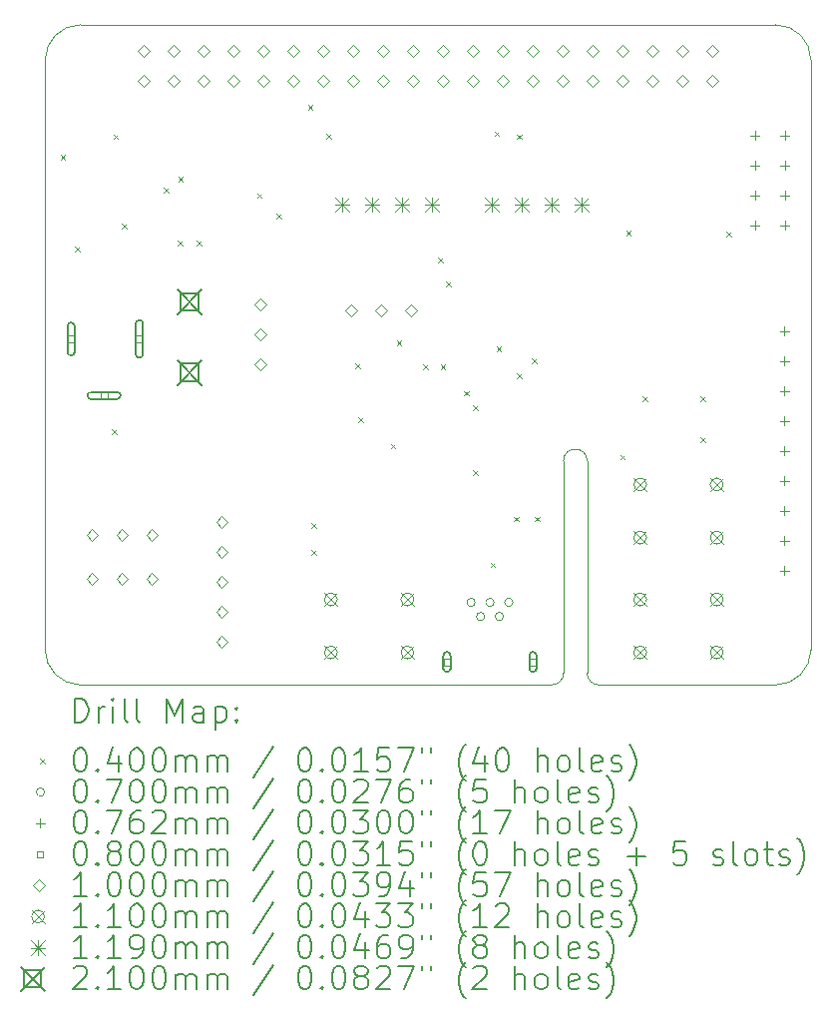
<source format=gbr>
%FSLAX45Y45*%
G04 Gerber Fmt 4.5, Leading zero omitted, Abs format (unit mm)*
G04 Created by KiCad (PCBNEW 6.0.2+dfsg-1) date 2022-08-15 18:06:53*
%MOMM*%
%LPD*%
G01*
G04 APERTURE LIST*
%TA.AperFunction,Profile*%
%ADD10C,0.100000*%
%TD*%
%ADD11C,0.200000*%
%ADD12C,0.040000*%
%ADD13C,0.070000*%
%ADD14C,0.076200*%
%ADD15C,0.080000*%
%ADD16C,0.100000*%
%ADD17C,0.110000*%
%ADD18C,0.119000*%
%ADD19C,0.210000*%
G04 APERTURE END LIST*
D10*
X13575000Y-8732500D02*
G75*
G03*
X13375000Y-8732500I-100000J0D01*
G01*
X15475000Y-5332500D02*
G75*
G03*
X15175000Y-5032500I-300000J0D01*
G01*
X15175000Y-5032500D02*
X9275000Y-5032500D01*
X13575000Y-8732500D02*
X13575000Y-10532500D01*
X9275000Y-10632500D02*
X13275000Y-10632500D01*
X9275000Y-5032500D02*
G75*
G03*
X8975000Y-5332500I0J-300000D01*
G01*
X13575000Y-10532500D02*
G75*
G03*
X13675000Y-10632500I100000J0D01*
G01*
X8975000Y-10332500D02*
G75*
G03*
X9275000Y-10632500I300000J0D01*
G01*
X15175000Y-10632500D02*
G75*
G03*
X15475000Y-10332500I0J300000D01*
G01*
X15475000Y-10332500D02*
X15475000Y-5332500D01*
X8975000Y-5332500D02*
X8975000Y-10332500D01*
X13675000Y-10632500D02*
X15175000Y-10632500D01*
X13275000Y-10632500D02*
G75*
G03*
X13375000Y-10532500I1J99999D01*
G01*
X13375000Y-10532500D02*
X13375000Y-8732500D01*
D11*
D12*
X9105000Y-6137500D02*
X9145000Y-6177500D01*
X9145000Y-6137500D02*
X9105000Y-6177500D01*
X9230000Y-6917500D02*
X9270000Y-6957500D01*
X9270000Y-6917500D02*
X9230000Y-6957500D01*
X9542500Y-8462500D02*
X9582500Y-8502500D01*
X9582500Y-8462500D02*
X9542500Y-8502500D01*
X9555000Y-5962500D02*
X9595000Y-6002500D01*
X9595000Y-5962500D02*
X9555000Y-6002500D01*
X9625000Y-6718750D02*
X9665000Y-6758750D01*
X9665000Y-6718750D02*
X9625000Y-6758750D01*
X9980000Y-6412500D02*
X10020000Y-6452500D01*
X10020000Y-6412500D02*
X9980000Y-6452500D01*
X10097500Y-6862500D02*
X10137500Y-6902500D01*
X10137500Y-6862500D02*
X10097500Y-6902500D01*
X10105000Y-6325000D02*
X10145000Y-6365000D01*
X10145000Y-6325000D02*
X10105000Y-6365000D01*
X10262500Y-6862500D02*
X10302500Y-6902500D01*
X10302500Y-6862500D02*
X10262500Y-6902500D01*
X10772500Y-6462500D02*
X10812500Y-6502500D01*
X10812500Y-6462500D02*
X10772500Y-6502500D01*
X10937500Y-6637500D02*
X10977500Y-6677500D01*
X10977500Y-6637500D02*
X10937500Y-6677500D01*
X11205000Y-5712500D02*
X11245000Y-5752500D01*
X11245000Y-5712500D02*
X11205000Y-5752500D01*
X11237500Y-9262500D02*
X11277500Y-9302500D01*
X11277500Y-9262500D02*
X11237500Y-9302500D01*
X11237500Y-9487500D02*
X11277500Y-9527500D01*
X11277500Y-9487500D02*
X11237500Y-9527500D01*
X11361250Y-5957500D02*
X11401250Y-5997500D01*
X11401250Y-5957500D02*
X11361250Y-5997500D01*
X11605000Y-7905000D02*
X11645000Y-7945000D01*
X11645000Y-7905000D02*
X11605000Y-7945000D01*
X11630000Y-8362500D02*
X11670000Y-8402500D01*
X11670000Y-8362500D02*
X11630000Y-8402500D01*
X11907500Y-8587500D02*
X11947500Y-8627500D01*
X11947500Y-8587500D02*
X11907500Y-8627500D01*
X11957500Y-7712500D02*
X11997500Y-7752500D01*
X11997500Y-7712500D02*
X11957500Y-7752500D01*
X12180000Y-7912500D02*
X12220000Y-7952500D01*
X12220000Y-7912500D02*
X12180000Y-7952500D01*
X12307998Y-7009502D02*
X12347998Y-7049502D01*
X12347998Y-7009502D02*
X12307998Y-7049502D01*
X12330000Y-7912500D02*
X12370000Y-7952500D01*
X12370000Y-7912500D02*
X12330000Y-7952500D01*
X12380000Y-7212500D02*
X12420000Y-7252500D01*
X12420000Y-7212500D02*
X12380000Y-7252500D01*
X12530000Y-8137500D02*
X12570000Y-8177500D01*
X12570000Y-8137500D02*
X12530000Y-8177500D01*
X12605000Y-8262500D02*
X12645000Y-8302500D01*
X12645000Y-8262500D02*
X12605000Y-8302500D01*
X12605000Y-8810000D02*
X12645000Y-8850000D01*
X12645000Y-8810000D02*
X12605000Y-8850000D01*
X12755000Y-9595000D02*
X12795000Y-9635000D01*
X12795000Y-9595000D02*
X12755000Y-9635000D01*
X12787500Y-5937500D02*
X12827500Y-5977500D01*
X12827500Y-5937500D02*
X12787500Y-5977500D01*
X12805000Y-7762500D02*
X12845000Y-7802500D01*
X12845000Y-7762500D02*
X12805000Y-7802500D01*
X12955000Y-9205000D02*
X12995000Y-9245000D01*
X12995000Y-9205000D02*
X12955000Y-9245000D01*
X12980000Y-5962500D02*
X13020000Y-6002500D01*
X13020000Y-5962500D02*
X12980000Y-6002500D01*
X12980000Y-7987500D02*
X13020000Y-8027500D01*
X13020000Y-7987500D02*
X12980000Y-8027500D01*
X13105000Y-7862500D02*
X13145000Y-7902500D01*
X13145000Y-7862500D02*
X13105000Y-7902500D01*
X13130000Y-9205000D02*
X13170000Y-9245000D01*
X13170000Y-9205000D02*
X13130000Y-9245000D01*
X13855000Y-8680000D02*
X13895000Y-8720000D01*
X13895000Y-8680000D02*
X13855000Y-8720000D01*
X13905000Y-6780000D02*
X13945000Y-6820000D01*
X13945000Y-6780000D02*
X13905000Y-6820000D01*
X14047500Y-8187500D02*
X14087500Y-8227500D01*
X14087500Y-8187500D02*
X14047500Y-8227500D01*
X14536250Y-8182500D02*
X14576250Y-8222500D01*
X14576250Y-8182500D02*
X14536250Y-8222500D01*
X14536250Y-8532500D02*
X14576250Y-8572500D01*
X14576250Y-8532500D02*
X14536250Y-8572500D01*
X14755000Y-6787500D02*
X14795000Y-6827500D01*
X14795000Y-6787500D02*
X14755000Y-6827500D01*
D13*
X12625000Y-9932500D02*
G75*
G03*
X12625000Y-9932500I-35000J0D01*
G01*
X12705000Y-10052500D02*
G75*
G03*
X12705000Y-10052500I-35000J0D01*
G01*
X12785000Y-9932500D02*
G75*
G03*
X12785000Y-9932500I-35000J0D01*
G01*
X12865000Y-10052500D02*
G75*
G03*
X12865000Y-10052500I-35000J0D01*
G01*
X12945000Y-9932500D02*
G75*
G03*
X12945000Y-9932500I-35000J0D01*
G01*
D14*
X15000000Y-5931900D02*
X15000000Y-6008100D01*
X14961900Y-5970000D02*
X15038100Y-5970000D01*
X15000000Y-6185900D02*
X15000000Y-6262100D01*
X14961900Y-6224000D02*
X15038100Y-6224000D01*
X15000000Y-6439900D02*
X15000000Y-6516100D01*
X14961900Y-6478000D02*
X15038100Y-6478000D01*
X15000000Y-6693900D02*
X15000000Y-6770100D01*
X14961900Y-6732000D02*
X15038100Y-6732000D01*
X15250000Y-7594400D02*
X15250000Y-7670600D01*
X15211900Y-7632500D02*
X15288100Y-7632500D01*
X15250000Y-7848400D02*
X15250000Y-7924600D01*
X15211900Y-7886500D02*
X15288100Y-7886500D01*
X15250000Y-8102400D02*
X15250000Y-8178600D01*
X15211900Y-8140500D02*
X15288100Y-8140500D01*
X15250000Y-8356400D02*
X15250000Y-8432600D01*
X15211900Y-8394500D02*
X15288100Y-8394500D01*
X15250000Y-8610400D02*
X15250000Y-8686600D01*
X15211900Y-8648500D02*
X15288100Y-8648500D01*
X15250000Y-8864400D02*
X15250000Y-8940600D01*
X15211900Y-8902500D02*
X15288100Y-8902500D01*
X15250000Y-9118400D02*
X15250000Y-9194600D01*
X15211900Y-9156500D02*
X15288100Y-9156500D01*
X15250000Y-9372400D02*
X15250000Y-9448600D01*
X15211900Y-9410500D02*
X15288100Y-9410500D01*
X15250000Y-9626400D02*
X15250000Y-9702600D01*
X15211900Y-9664500D02*
X15288100Y-9664500D01*
X15254000Y-5931900D02*
X15254000Y-6008100D01*
X15215900Y-5970000D02*
X15292100Y-5970000D01*
X15254000Y-6185900D02*
X15254000Y-6262100D01*
X15215900Y-6224000D02*
X15292100Y-6224000D01*
X15254000Y-6439900D02*
X15254000Y-6516100D01*
X15215900Y-6478000D02*
X15292100Y-6478000D01*
X15254000Y-6693900D02*
X15254000Y-6770100D01*
X15215900Y-6732000D02*
X15292100Y-6732000D01*
D15*
X9223285Y-7725784D02*
X9223285Y-7669215D01*
X9166716Y-7669215D01*
X9166716Y-7725784D01*
X9223285Y-7725784D01*
D11*
X9165000Y-7587500D02*
X9165000Y-7807500D01*
X9225000Y-7587500D02*
X9225000Y-7807500D01*
X9165000Y-7807500D02*
G75*
G03*
X9225000Y-7807500I30000J0D01*
G01*
X9225000Y-7587500D02*
G75*
G03*
X9165000Y-7587500I-30000J0D01*
G01*
D15*
X9503285Y-8205784D02*
X9503285Y-8149215D01*
X9446716Y-8149215D01*
X9446716Y-8205784D01*
X9503285Y-8205784D01*
D11*
X9365000Y-8207500D02*
X9585000Y-8207500D01*
X9365000Y-8147500D02*
X9585000Y-8147500D01*
X9585000Y-8207500D02*
G75*
G03*
X9585000Y-8147500I0J30000D01*
G01*
X9365000Y-8147500D02*
G75*
G03*
X9365000Y-8207500I0J-30000D01*
G01*
D15*
X9803285Y-7725784D02*
X9803285Y-7669215D01*
X9746716Y-7669215D01*
X9746716Y-7725784D01*
X9803285Y-7725784D01*
D11*
X9745000Y-7567500D02*
X9745000Y-7827500D01*
X9805000Y-7567500D02*
X9805000Y-7827500D01*
X9745000Y-7827500D02*
G75*
G03*
X9805000Y-7827500I30000J0D01*
G01*
X9805000Y-7567500D02*
G75*
G03*
X9745000Y-7567500I-30000J0D01*
G01*
D15*
X12413284Y-10465785D02*
X12413284Y-10409216D01*
X12356715Y-10409216D01*
X12356715Y-10465785D01*
X12413284Y-10465785D01*
D11*
X12355000Y-10382500D02*
X12355000Y-10492500D01*
X12415000Y-10382500D02*
X12415000Y-10492500D01*
X12355000Y-10492500D02*
G75*
G03*
X12415000Y-10492500I30000J0D01*
G01*
X12415000Y-10382500D02*
G75*
G03*
X12355000Y-10382500I-30000J0D01*
G01*
D15*
X13143284Y-10465785D02*
X13143284Y-10409216D01*
X13086715Y-10409216D01*
X13086715Y-10465785D01*
X13143284Y-10465785D01*
D11*
X13085000Y-10382500D02*
X13085000Y-10492500D01*
X13145000Y-10382500D02*
X13145000Y-10492500D01*
X13085000Y-10492500D02*
G75*
G03*
X13145000Y-10492500I30000J0D01*
G01*
X13145000Y-10382500D02*
G75*
G03*
X13085000Y-10382500I-30000J0D01*
G01*
D16*
X9375000Y-9407500D02*
X9425000Y-9357500D01*
X9375000Y-9307500D01*
X9325000Y-9357500D01*
X9375000Y-9407500D01*
X9375000Y-9782500D02*
X9425000Y-9732500D01*
X9375000Y-9682500D01*
X9325000Y-9732500D01*
X9375000Y-9782500D01*
X9629000Y-9407500D02*
X9679000Y-9357500D01*
X9629000Y-9307500D01*
X9579000Y-9357500D01*
X9629000Y-9407500D01*
X9629000Y-9782500D02*
X9679000Y-9732500D01*
X9629000Y-9682500D01*
X9579000Y-9732500D01*
X9629000Y-9782500D01*
X9812000Y-5305500D02*
X9862000Y-5255500D01*
X9812000Y-5205500D01*
X9762000Y-5255500D01*
X9812000Y-5305500D01*
X9812000Y-5559500D02*
X9862000Y-5509500D01*
X9812000Y-5459500D01*
X9762000Y-5509500D01*
X9812000Y-5559500D01*
X9883000Y-9407500D02*
X9933000Y-9357500D01*
X9883000Y-9307500D01*
X9833000Y-9357500D01*
X9883000Y-9407500D01*
X9883000Y-9782500D02*
X9933000Y-9732500D01*
X9883000Y-9682500D01*
X9833000Y-9732500D01*
X9883000Y-9782500D01*
X10066000Y-5305500D02*
X10116000Y-5255500D01*
X10066000Y-5205500D01*
X10016000Y-5255500D01*
X10066000Y-5305500D01*
X10066000Y-5559500D02*
X10116000Y-5509500D01*
X10066000Y-5459500D01*
X10016000Y-5509500D01*
X10066000Y-5559500D01*
X10320000Y-5305500D02*
X10370000Y-5255500D01*
X10320000Y-5205500D01*
X10270000Y-5255500D01*
X10320000Y-5305500D01*
X10320000Y-5559500D02*
X10370000Y-5509500D01*
X10320000Y-5459500D01*
X10270000Y-5509500D01*
X10320000Y-5559500D01*
X10475000Y-9299000D02*
X10525000Y-9249000D01*
X10475000Y-9199000D01*
X10425000Y-9249000D01*
X10475000Y-9299000D01*
X10475000Y-9553000D02*
X10525000Y-9503000D01*
X10475000Y-9453000D01*
X10425000Y-9503000D01*
X10475000Y-9553000D01*
X10475000Y-9807000D02*
X10525000Y-9757000D01*
X10475000Y-9707000D01*
X10425000Y-9757000D01*
X10475000Y-9807000D01*
X10475000Y-10061000D02*
X10525000Y-10011000D01*
X10475000Y-9961000D01*
X10425000Y-10011000D01*
X10475000Y-10061000D01*
X10475000Y-10315000D02*
X10525000Y-10265000D01*
X10475000Y-10215000D01*
X10425000Y-10265000D01*
X10475000Y-10315000D01*
X10574000Y-5305500D02*
X10624000Y-5255500D01*
X10574000Y-5205500D01*
X10524000Y-5255500D01*
X10574000Y-5305500D01*
X10574000Y-5559500D02*
X10624000Y-5509500D01*
X10574000Y-5459500D01*
X10524000Y-5509500D01*
X10574000Y-5559500D01*
X10800000Y-7452000D02*
X10850000Y-7402000D01*
X10800000Y-7352000D01*
X10750000Y-7402000D01*
X10800000Y-7452000D01*
X10800000Y-7706000D02*
X10850000Y-7656000D01*
X10800000Y-7606000D01*
X10750000Y-7656000D01*
X10800000Y-7706000D01*
X10800000Y-7960000D02*
X10850000Y-7910000D01*
X10800000Y-7860000D01*
X10750000Y-7910000D01*
X10800000Y-7960000D01*
X10828000Y-5305500D02*
X10878000Y-5255500D01*
X10828000Y-5205500D01*
X10778000Y-5255500D01*
X10828000Y-5305500D01*
X10828000Y-5559500D02*
X10878000Y-5509500D01*
X10828000Y-5459500D01*
X10778000Y-5509500D01*
X10828000Y-5559500D01*
X11082000Y-5305500D02*
X11132000Y-5255500D01*
X11082000Y-5205500D01*
X11032000Y-5255500D01*
X11082000Y-5305500D01*
X11082000Y-5559500D02*
X11132000Y-5509500D01*
X11082000Y-5459500D01*
X11032000Y-5509500D01*
X11082000Y-5559500D01*
X11336000Y-5305500D02*
X11386000Y-5255500D01*
X11336000Y-5205500D01*
X11286000Y-5255500D01*
X11336000Y-5305500D01*
X11336000Y-5559500D02*
X11386000Y-5509500D01*
X11336000Y-5459500D01*
X11286000Y-5509500D01*
X11336000Y-5559500D01*
X11572500Y-7507500D02*
X11622500Y-7457500D01*
X11572500Y-7407500D01*
X11522500Y-7457500D01*
X11572500Y-7507500D01*
X11590000Y-5305500D02*
X11640000Y-5255500D01*
X11590000Y-5205500D01*
X11540000Y-5255500D01*
X11590000Y-5305500D01*
X11590000Y-5559500D02*
X11640000Y-5509500D01*
X11590000Y-5459500D01*
X11540000Y-5509500D01*
X11590000Y-5559500D01*
X11826500Y-7507500D02*
X11876500Y-7457500D01*
X11826500Y-7407500D01*
X11776500Y-7457500D01*
X11826500Y-7507500D01*
X11844000Y-5305500D02*
X11894000Y-5255500D01*
X11844000Y-5205500D01*
X11794000Y-5255500D01*
X11844000Y-5305500D01*
X11844000Y-5559500D02*
X11894000Y-5509500D01*
X11844000Y-5459500D01*
X11794000Y-5509500D01*
X11844000Y-5559500D01*
X12080500Y-7507500D02*
X12130500Y-7457500D01*
X12080500Y-7407500D01*
X12030500Y-7457500D01*
X12080500Y-7507500D01*
X12098000Y-5305500D02*
X12148000Y-5255500D01*
X12098000Y-5205500D01*
X12048000Y-5255500D01*
X12098000Y-5305500D01*
X12098000Y-5559500D02*
X12148000Y-5509500D01*
X12098000Y-5459500D01*
X12048000Y-5509500D01*
X12098000Y-5559500D01*
X12352000Y-5305500D02*
X12402000Y-5255500D01*
X12352000Y-5205500D01*
X12302000Y-5255500D01*
X12352000Y-5305500D01*
X12352000Y-5559500D02*
X12402000Y-5509500D01*
X12352000Y-5459500D01*
X12302000Y-5509500D01*
X12352000Y-5559500D01*
X12606000Y-5305500D02*
X12656000Y-5255500D01*
X12606000Y-5205500D01*
X12556000Y-5255500D01*
X12606000Y-5305500D01*
X12606000Y-5559500D02*
X12656000Y-5509500D01*
X12606000Y-5459500D01*
X12556000Y-5509500D01*
X12606000Y-5559500D01*
X12860000Y-5305500D02*
X12910000Y-5255500D01*
X12860000Y-5205500D01*
X12810000Y-5255500D01*
X12860000Y-5305500D01*
X12860000Y-5559500D02*
X12910000Y-5509500D01*
X12860000Y-5459500D01*
X12810000Y-5509500D01*
X12860000Y-5559500D01*
X13114000Y-5305500D02*
X13164000Y-5255500D01*
X13114000Y-5205500D01*
X13064000Y-5255500D01*
X13114000Y-5305500D01*
X13114000Y-5559500D02*
X13164000Y-5509500D01*
X13114000Y-5459500D01*
X13064000Y-5509500D01*
X13114000Y-5559500D01*
X13368000Y-5305500D02*
X13418000Y-5255500D01*
X13368000Y-5205500D01*
X13318000Y-5255500D01*
X13368000Y-5305500D01*
X13368000Y-5559500D02*
X13418000Y-5509500D01*
X13368000Y-5459500D01*
X13318000Y-5509500D01*
X13368000Y-5559500D01*
X13622000Y-5305500D02*
X13672000Y-5255500D01*
X13622000Y-5205500D01*
X13572000Y-5255500D01*
X13622000Y-5305500D01*
X13622000Y-5559500D02*
X13672000Y-5509500D01*
X13622000Y-5459500D01*
X13572000Y-5509500D01*
X13622000Y-5559500D01*
X13876000Y-5305500D02*
X13926000Y-5255500D01*
X13876000Y-5205500D01*
X13826000Y-5255500D01*
X13876000Y-5305500D01*
X13876000Y-5559500D02*
X13926000Y-5509500D01*
X13876000Y-5459500D01*
X13826000Y-5509500D01*
X13876000Y-5559500D01*
X14130000Y-5305500D02*
X14180000Y-5255500D01*
X14130000Y-5205500D01*
X14080000Y-5255500D01*
X14130000Y-5305500D01*
X14130000Y-5559500D02*
X14180000Y-5509500D01*
X14130000Y-5459500D01*
X14080000Y-5509500D01*
X14130000Y-5559500D01*
X14384000Y-5305500D02*
X14434000Y-5255500D01*
X14384000Y-5205500D01*
X14334000Y-5255500D01*
X14384000Y-5305500D01*
X14384000Y-5559500D02*
X14434000Y-5509500D01*
X14384000Y-5459500D01*
X14334000Y-5509500D01*
X14384000Y-5559500D01*
X14638000Y-5305500D02*
X14688000Y-5255500D01*
X14638000Y-5205500D01*
X14588000Y-5255500D01*
X14638000Y-5305500D01*
X14638000Y-5559500D02*
X14688000Y-5509500D01*
X14638000Y-5459500D01*
X14588000Y-5509500D01*
X14638000Y-5559500D01*
D17*
X11345000Y-9852500D02*
X11455000Y-9962500D01*
X11455000Y-9852500D02*
X11345000Y-9962500D01*
X11455000Y-9907500D02*
G75*
G03*
X11455000Y-9907500I-55000J0D01*
G01*
X11345000Y-10302500D02*
X11455000Y-10412500D01*
X11455000Y-10302500D02*
X11345000Y-10412500D01*
X11455000Y-10357500D02*
G75*
G03*
X11455000Y-10357500I-55000J0D01*
G01*
X11995000Y-9852500D02*
X12105000Y-9962500D01*
X12105000Y-9852500D02*
X11995000Y-9962500D01*
X12105000Y-9907500D02*
G75*
G03*
X12105000Y-9907500I-55000J0D01*
G01*
X11995000Y-10302500D02*
X12105000Y-10412500D01*
X12105000Y-10302500D02*
X11995000Y-10412500D01*
X12105000Y-10357500D02*
G75*
G03*
X12105000Y-10357500I-55000J0D01*
G01*
X13970000Y-8877500D02*
X14080000Y-8987500D01*
X14080000Y-8877500D02*
X13970000Y-8987500D01*
X14080000Y-8932500D02*
G75*
G03*
X14080000Y-8932500I-55000J0D01*
G01*
X13970000Y-9327500D02*
X14080000Y-9437500D01*
X14080000Y-9327500D02*
X13970000Y-9437500D01*
X14080000Y-9382500D02*
G75*
G03*
X14080000Y-9382500I-55000J0D01*
G01*
X13970000Y-9852500D02*
X14080000Y-9962500D01*
X14080000Y-9852500D02*
X13970000Y-9962500D01*
X14080000Y-9907500D02*
G75*
G03*
X14080000Y-9907500I-55000J0D01*
G01*
X13970000Y-10302500D02*
X14080000Y-10412500D01*
X14080000Y-10302500D02*
X13970000Y-10412500D01*
X14080000Y-10357500D02*
G75*
G03*
X14080000Y-10357500I-55000J0D01*
G01*
X14620000Y-8877500D02*
X14730000Y-8987500D01*
X14730000Y-8877500D02*
X14620000Y-8987500D01*
X14730000Y-8932500D02*
G75*
G03*
X14730000Y-8932500I-55000J0D01*
G01*
X14620000Y-9327500D02*
X14730000Y-9437500D01*
X14730000Y-9327500D02*
X14620000Y-9437500D01*
X14730000Y-9382500D02*
G75*
G03*
X14730000Y-9382500I-55000J0D01*
G01*
X14620000Y-9852500D02*
X14730000Y-9962500D01*
X14730000Y-9852500D02*
X14620000Y-9962500D01*
X14730000Y-9907500D02*
G75*
G03*
X14730000Y-9907500I-55000J0D01*
G01*
X14620000Y-10302500D02*
X14730000Y-10412500D01*
X14730000Y-10302500D02*
X14620000Y-10412500D01*
X14730000Y-10357500D02*
G75*
G03*
X14730000Y-10357500I-55000J0D01*
G01*
D18*
X11434500Y-6496000D02*
X11553500Y-6615000D01*
X11553500Y-6496000D02*
X11434500Y-6615000D01*
X11494000Y-6496000D02*
X11494000Y-6615000D01*
X11434500Y-6555500D02*
X11553500Y-6555500D01*
X11688500Y-6496000D02*
X11807500Y-6615000D01*
X11807500Y-6496000D02*
X11688500Y-6615000D01*
X11748000Y-6496000D02*
X11748000Y-6615000D01*
X11688500Y-6555500D02*
X11807500Y-6555500D01*
X11942500Y-6496000D02*
X12061500Y-6615000D01*
X12061500Y-6496000D02*
X11942500Y-6615000D01*
X12002000Y-6496000D02*
X12002000Y-6615000D01*
X11942500Y-6555500D02*
X12061500Y-6555500D01*
X12196500Y-6496000D02*
X12315500Y-6615000D01*
X12315500Y-6496000D02*
X12196500Y-6615000D01*
X12256000Y-6496000D02*
X12256000Y-6615000D01*
X12196500Y-6555500D02*
X12315500Y-6555500D01*
X12703500Y-6498000D02*
X12822500Y-6617000D01*
X12822500Y-6498000D02*
X12703500Y-6617000D01*
X12763000Y-6498000D02*
X12763000Y-6617000D01*
X12703500Y-6557500D02*
X12822500Y-6557500D01*
X12957500Y-6498000D02*
X13076500Y-6617000D01*
X13076500Y-6498000D02*
X12957500Y-6617000D01*
X13017000Y-6498000D02*
X13017000Y-6617000D01*
X12957500Y-6557500D02*
X13076500Y-6557500D01*
X13211500Y-6498000D02*
X13330500Y-6617000D01*
X13330500Y-6498000D02*
X13211500Y-6617000D01*
X13271000Y-6498000D02*
X13271000Y-6617000D01*
X13211500Y-6557500D02*
X13330500Y-6557500D01*
X13465500Y-6498000D02*
X13584500Y-6617000D01*
X13584500Y-6498000D02*
X13465500Y-6617000D01*
X13525000Y-6498000D02*
X13525000Y-6617000D01*
X13465500Y-6557500D02*
X13584500Y-6557500D01*
D19*
X10095000Y-7277500D02*
X10305000Y-7487500D01*
X10305000Y-7277500D02*
X10095000Y-7487500D01*
X10274247Y-7456747D02*
X10274247Y-7308253D01*
X10125753Y-7308253D01*
X10125753Y-7456747D01*
X10274247Y-7456747D01*
X10095000Y-7877500D02*
X10305000Y-8087500D01*
X10305000Y-7877500D02*
X10095000Y-8087500D01*
X10274247Y-8056747D02*
X10274247Y-7908253D01*
X10125753Y-7908253D01*
X10125753Y-8056747D01*
X10274247Y-8056747D01*
D11*
X9227619Y-10947976D02*
X9227619Y-10747976D01*
X9275238Y-10747976D01*
X9303810Y-10757500D01*
X9322857Y-10776548D01*
X9332381Y-10795595D01*
X9341905Y-10833690D01*
X9341905Y-10862262D01*
X9332381Y-10900357D01*
X9322857Y-10919405D01*
X9303810Y-10938452D01*
X9275238Y-10947976D01*
X9227619Y-10947976D01*
X9427619Y-10947976D02*
X9427619Y-10814643D01*
X9427619Y-10852738D02*
X9437143Y-10833690D01*
X9446667Y-10824167D01*
X9465714Y-10814643D01*
X9484762Y-10814643D01*
X9551429Y-10947976D02*
X9551429Y-10814643D01*
X9551429Y-10747976D02*
X9541905Y-10757500D01*
X9551429Y-10767024D01*
X9560952Y-10757500D01*
X9551429Y-10747976D01*
X9551429Y-10767024D01*
X9675238Y-10947976D02*
X9656190Y-10938452D01*
X9646667Y-10919405D01*
X9646667Y-10747976D01*
X9780000Y-10947976D02*
X9760952Y-10938452D01*
X9751429Y-10919405D01*
X9751429Y-10747976D01*
X10008571Y-10947976D02*
X10008571Y-10747976D01*
X10075238Y-10890833D01*
X10141905Y-10747976D01*
X10141905Y-10947976D01*
X10322857Y-10947976D02*
X10322857Y-10843214D01*
X10313333Y-10824167D01*
X10294286Y-10814643D01*
X10256190Y-10814643D01*
X10237143Y-10824167D01*
X10322857Y-10938452D02*
X10303810Y-10947976D01*
X10256190Y-10947976D01*
X10237143Y-10938452D01*
X10227619Y-10919405D01*
X10227619Y-10900357D01*
X10237143Y-10881310D01*
X10256190Y-10871786D01*
X10303810Y-10871786D01*
X10322857Y-10862262D01*
X10418095Y-10814643D02*
X10418095Y-11014643D01*
X10418095Y-10824167D02*
X10437143Y-10814643D01*
X10475238Y-10814643D01*
X10494286Y-10824167D01*
X10503810Y-10833690D01*
X10513333Y-10852738D01*
X10513333Y-10909881D01*
X10503810Y-10928929D01*
X10494286Y-10938452D01*
X10475238Y-10947976D01*
X10437143Y-10947976D01*
X10418095Y-10938452D01*
X10599048Y-10928929D02*
X10608571Y-10938452D01*
X10599048Y-10947976D01*
X10589524Y-10938452D01*
X10599048Y-10928929D01*
X10599048Y-10947976D01*
X10599048Y-10824167D02*
X10608571Y-10833690D01*
X10599048Y-10843214D01*
X10589524Y-10833690D01*
X10599048Y-10824167D01*
X10599048Y-10843214D01*
D12*
X8930000Y-11257500D02*
X8970000Y-11297500D01*
X8970000Y-11257500D02*
X8930000Y-11297500D01*
D11*
X9265714Y-11167976D02*
X9284762Y-11167976D01*
X9303810Y-11177500D01*
X9313333Y-11187024D01*
X9322857Y-11206071D01*
X9332381Y-11244167D01*
X9332381Y-11291786D01*
X9322857Y-11329881D01*
X9313333Y-11348928D01*
X9303810Y-11358452D01*
X9284762Y-11367976D01*
X9265714Y-11367976D01*
X9246667Y-11358452D01*
X9237143Y-11348928D01*
X9227619Y-11329881D01*
X9218095Y-11291786D01*
X9218095Y-11244167D01*
X9227619Y-11206071D01*
X9237143Y-11187024D01*
X9246667Y-11177500D01*
X9265714Y-11167976D01*
X9418095Y-11348928D02*
X9427619Y-11358452D01*
X9418095Y-11367976D01*
X9408571Y-11358452D01*
X9418095Y-11348928D01*
X9418095Y-11367976D01*
X9599048Y-11234643D02*
X9599048Y-11367976D01*
X9551429Y-11158452D02*
X9503810Y-11301309D01*
X9627619Y-11301309D01*
X9741905Y-11167976D02*
X9760952Y-11167976D01*
X9780000Y-11177500D01*
X9789524Y-11187024D01*
X9799048Y-11206071D01*
X9808571Y-11244167D01*
X9808571Y-11291786D01*
X9799048Y-11329881D01*
X9789524Y-11348928D01*
X9780000Y-11358452D01*
X9760952Y-11367976D01*
X9741905Y-11367976D01*
X9722857Y-11358452D01*
X9713333Y-11348928D01*
X9703810Y-11329881D01*
X9694286Y-11291786D01*
X9694286Y-11244167D01*
X9703810Y-11206071D01*
X9713333Y-11187024D01*
X9722857Y-11177500D01*
X9741905Y-11167976D01*
X9932381Y-11167976D02*
X9951429Y-11167976D01*
X9970476Y-11177500D01*
X9980000Y-11187024D01*
X9989524Y-11206071D01*
X9999048Y-11244167D01*
X9999048Y-11291786D01*
X9989524Y-11329881D01*
X9980000Y-11348928D01*
X9970476Y-11358452D01*
X9951429Y-11367976D01*
X9932381Y-11367976D01*
X9913333Y-11358452D01*
X9903810Y-11348928D01*
X9894286Y-11329881D01*
X9884762Y-11291786D01*
X9884762Y-11244167D01*
X9894286Y-11206071D01*
X9903810Y-11187024D01*
X9913333Y-11177500D01*
X9932381Y-11167976D01*
X10084762Y-11367976D02*
X10084762Y-11234643D01*
X10084762Y-11253690D02*
X10094286Y-11244167D01*
X10113333Y-11234643D01*
X10141905Y-11234643D01*
X10160952Y-11244167D01*
X10170476Y-11263214D01*
X10170476Y-11367976D01*
X10170476Y-11263214D02*
X10180000Y-11244167D01*
X10199048Y-11234643D01*
X10227619Y-11234643D01*
X10246667Y-11244167D01*
X10256190Y-11263214D01*
X10256190Y-11367976D01*
X10351429Y-11367976D02*
X10351429Y-11234643D01*
X10351429Y-11253690D02*
X10360952Y-11244167D01*
X10380000Y-11234643D01*
X10408571Y-11234643D01*
X10427619Y-11244167D01*
X10437143Y-11263214D01*
X10437143Y-11367976D01*
X10437143Y-11263214D02*
X10446667Y-11244167D01*
X10465714Y-11234643D01*
X10494286Y-11234643D01*
X10513333Y-11244167D01*
X10522857Y-11263214D01*
X10522857Y-11367976D01*
X10913333Y-11158452D02*
X10741905Y-11415595D01*
X11170476Y-11167976D02*
X11189524Y-11167976D01*
X11208571Y-11177500D01*
X11218095Y-11187024D01*
X11227619Y-11206071D01*
X11237143Y-11244167D01*
X11237143Y-11291786D01*
X11227619Y-11329881D01*
X11218095Y-11348928D01*
X11208571Y-11358452D01*
X11189524Y-11367976D01*
X11170476Y-11367976D01*
X11151429Y-11358452D01*
X11141905Y-11348928D01*
X11132381Y-11329881D01*
X11122857Y-11291786D01*
X11122857Y-11244167D01*
X11132381Y-11206071D01*
X11141905Y-11187024D01*
X11151429Y-11177500D01*
X11170476Y-11167976D01*
X11322857Y-11348928D02*
X11332381Y-11358452D01*
X11322857Y-11367976D01*
X11313333Y-11358452D01*
X11322857Y-11348928D01*
X11322857Y-11367976D01*
X11456190Y-11167976D02*
X11475238Y-11167976D01*
X11494286Y-11177500D01*
X11503809Y-11187024D01*
X11513333Y-11206071D01*
X11522857Y-11244167D01*
X11522857Y-11291786D01*
X11513333Y-11329881D01*
X11503809Y-11348928D01*
X11494286Y-11358452D01*
X11475238Y-11367976D01*
X11456190Y-11367976D01*
X11437143Y-11358452D01*
X11427619Y-11348928D01*
X11418095Y-11329881D01*
X11408571Y-11291786D01*
X11408571Y-11244167D01*
X11418095Y-11206071D01*
X11427619Y-11187024D01*
X11437143Y-11177500D01*
X11456190Y-11167976D01*
X11713333Y-11367976D02*
X11599048Y-11367976D01*
X11656190Y-11367976D02*
X11656190Y-11167976D01*
X11637143Y-11196548D01*
X11618095Y-11215595D01*
X11599048Y-11225119D01*
X11894286Y-11167976D02*
X11799048Y-11167976D01*
X11789524Y-11263214D01*
X11799048Y-11253690D01*
X11818095Y-11244167D01*
X11865714Y-11244167D01*
X11884762Y-11253690D01*
X11894286Y-11263214D01*
X11903809Y-11282262D01*
X11903809Y-11329881D01*
X11894286Y-11348928D01*
X11884762Y-11358452D01*
X11865714Y-11367976D01*
X11818095Y-11367976D01*
X11799048Y-11358452D01*
X11789524Y-11348928D01*
X11970476Y-11167976D02*
X12103809Y-11167976D01*
X12018095Y-11367976D01*
X12170476Y-11167976D02*
X12170476Y-11206071D01*
X12246667Y-11167976D02*
X12246667Y-11206071D01*
X12541905Y-11444167D02*
X12532381Y-11434643D01*
X12513333Y-11406071D01*
X12503809Y-11387024D01*
X12494286Y-11358452D01*
X12484762Y-11310833D01*
X12484762Y-11272738D01*
X12494286Y-11225119D01*
X12503809Y-11196548D01*
X12513333Y-11177500D01*
X12532381Y-11148929D01*
X12541905Y-11139405D01*
X12703809Y-11234643D02*
X12703809Y-11367976D01*
X12656190Y-11158452D02*
X12608571Y-11301309D01*
X12732381Y-11301309D01*
X12846667Y-11167976D02*
X12865714Y-11167976D01*
X12884762Y-11177500D01*
X12894286Y-11187024D01*
X12903809Y-11206071D01*
X12913333Y-11244167D01*
X12913333Y-11291786D01*
X12903809Y-11329881D01*
X12894286Y-11348928D01*
X12884762Y-11358452D01*
X12865714Y-11367976D01*
X12846667Y-11367976D01*
X12827619Y-11358452D01*
X12818095Y-11348928D01*
X12808571Y-11329881D01*
X12799048Y-11291786D01*
X12799048Y-11244167D01*
X12808571Y-11206071D01*
X12818095Y-11187024D01*
X12827619Y-11177500D01*
X12846667Y-11167976D01*
X13151428Y-11367976D02*
X13151428Y-11167976D01*
X13237143Y-11367976D02*
X13237143Y-11263214D01*
X13227619Y-11244167D01*
X13208571Y-11234643D01*
X13180000Y-11234643D01*
X13160952Y-11244167D01*
X13151428Y-11253690D01*
X13360952Y-11367976D02*
X13341905Y-11358452D01*
X13332381Y-11348928D01*
X13322857Y-11329881D01*
X13322857Y-11272738D01*
X13332381Y-11253690D01*
X13341905Y-11244167D01*
X13360952Y-11234643D01*
X13389524Y-11234643D01*
X13408571Y-11244167D01*
X13418095Y-11253690D01*
X13427619Y-11272738D01*
X13427619Y-11329881D01*
X13418095Y-11348928D01*
X13408571Y-11358452D01*
X13389524Y-11367976D01*
X13360952Y-11367976D01*
X13541905Y-11367976D02*
X13522857Y-11358452D01*
X13513333Y-11339405D01*
X13513333Y-11167976D01*
X13694286Y-11358452D02*
X13675238Y-11367976D01*
X13637143Y-11367976D01*
X13618095Y-11358452D01*
X13608571Y-11339405D01*
X13608571Y-11263214D01*
X13618095Y-11244167D01*
X13637143Y-11234643D01*
X13675238Y-11234643D01*
X13694286Y-11244167D01*
X13703809Y-11263214D01*
X13703809Y-11282262D01*
X13608571Y-11301309D01*
X13780000Y-11358452D02*
X13799048Y-11367976D01*
X13837143Y-11367976D01*
X13856190Y-11358452D01*
X13865714Y-11339405D01*
X13865714Y-11329881D01*
X13856190Y-11310833D01*
X13837143Y-11301309D01*
X13808571Y-11301309D01*
X13789524Y-11291786D01*
X13780000Y-11272738D01*
X13780000Y-11263214D01*
X13789524Y-11244167D01*
X13808571Y-11234643D01*
X13837143Y-11234643D01*
X13856190Y-11244167D01*
X13932381Y-11444167D02*
X13941905Y-11434643D01*
X13960952Y-11406071D01*
X13970476Y-11387024D01*
X13980000Y-11358452D01*
X13989524Y-11310833D01*
X13989524Y-11272738D01*
X13980000Y-11225119D01*
X13970476Y-11196548D01*
X13960952Y-11177500D01*
X13941905Y-11148929D01*
X13932381Y-11139405D01*
D13*
X8970000Y-11541500D02*
G75*
G03*
X8970000Y-11541500I-35000J0D01*
G01*
D11*
X9265714Y-11431976D02*
X9284762Y-11431976D01*
X9303810Y-11441500D01*
X9313333Y-11451024D01*
X9322857Y-11470071D01*
X9332381Y-11508167D01*
X9332381Y-11555786D01*
X9322857Y-11593881D01*
X9313333Y-11612928D01*
X9303810Y-11622452D01*
X9284762Y-11631976D01*
X9265714Y-11631976D01*
X9246667Y-11622452D01*
X9237143Y-11612928D01*
X9227619Y-11593881D01*
X9218095Y-11555786D01*
X9218095Y-11508167D01*
X9227619Y-11470071D01*
X9237143Y-11451024D01*
X9246667Y-11441500D01*
X9265714Y-11431976D01*
X9418095Y-11612928D02*
X9427619Y-11622452D01*
X9418095Y-11631976D01*
X9408571Y-11622452D01*
X9418095Y-11612928D01*
X9418095Y-11631976D01*
X9494286Y-11431976D02*
X9627619Y-11431976D01*
X9541905Y-11631976D01*
X9741905Y-11431976D02*
X9760952Y-11431976D01*
X9780000Y-11441500D01*
X9789524Y-11451024D01*
X9799048Y-11470071D01*
X9808571Y-11508167D01*
X9808571Y-11555786D01*
X9799048Y-11593881D01*
X9789524Y-11612928D01*
X9780000Y-11622452D01*
X9760952Y-11631976D01*
X9741905Y-11631976D01*
X9722857Y-11622452D01*
X9713333Y-11612928D01*
X9703810Y-11593881D01*
X9694286Y-11555786D01*
X9694286Y-11508167D01*
X9703810Y-11470071D01*
X9713333Y-11451024D01*
X9722857Y-11441500D01*
X9741905Y-11431976D01*
X9932381Y-11431976D02*
X9951429Y-11431976D01*
X9970476Y-11441500D01*
X9980000Y-11451024D01*
X9989524Y-11470071D01*
X9999048Y-11508167D01*
X9999048Y-11555786D01*
X9989524Y-11593881D01*
X9980000Y-11612928D01*
X9970476Y-11622452D01*
X9951429Y-11631976D01*
X9932381Y-11631976D01*
X9913333Y-11622452D01*
X9903810Y-11612928D01*
X9894286Y-11593881D01*
X9884762Y-11555786D01*
X9884762Y-11508167D01*
X9894286Y-11470071D01*
X9903810Y-11451024D01*
X9913333Y-11441500D01*
X9932381Y-11431976D01*
X10084762Y-11631976D02*
X10084762Y-11498643D01*
X10084762Y-11517690D02*
X10094286Y-11508167D01*
X10113333Y-11498643D01*
X10141905Y-11498643D01*
X10160952Y-11508167D01*
X10170476Y-11527214D01*
X10170476Y-11631976D01*
X10170476Y-11527214D02*
X10180000Y-11508167D01*
X10199048Y-11498643D01*
X10227619Y-11498643D01*
X10246667Y-11508167D01*
X10256190Y-11527214D01*
X10256190Y-11631976D01*
X10351429Y-11631976D02*
X10351429Y-11498643D01*
X10351429Y-11517690D02*
X10360952Y-11508167D01*
X10380000Y-11498643D01*
X10408571Y-11498643D01*
X10427619Y-11508167D01*
X10437143Y-11527214D01*
X10437143Y-11631976D01*
X10437143Y-11527214D02*
X10446667Y-11508167D01*
X10465714Y-11498643D01*
X10494286Y-11498643D01*
X10513333Y-11508167D01*
X10522857Y-11527214D01*
X10522857Y-11631976D01*
X10913333Y-11422452D02*
X10741905Y-11679595D01*
X11170476Y-11431976D02*
X11189524Y-11431976D01*
X11208571Y-11441500D01*
X11218095Y-11451024D01*
X11227619Y-11470071D01*
X11237143Y-11508167D01*
X11237143Y-11555786D01*
X11227619Y-11593881D01*
X11218095Y-11612928D01*
X11208571Y-11622452D01*
X11189524Y-11631976D01*
X11170476Y-11631976D01*
X11151429Y-11622452D01*
X11141905Y-11612928D01*
X11132381Y-11593881D01*
X11122857Y-11555786D01*
X11122857Y-11508167D01*
X11132381Y-11470071D01*
X11141905Y-11451024D01*
X11151429Y-11441500D01*
X11170476Y-11431976D01*
X11322857Y-11612928D02*
X11332381Y-11622452D01*
X11322857Y-11631976D01*
X11313333Y-11622452D01*
X11322857Y-11612928D01*
X11322857Y-11631976D01*
X11456190Y-11431976D02*
X11475238Y-11431976D01*
X11494286Y-11441500D01*
X11503809Y-11451024D01*
X11513333Y-11470071D01*
X11522857Y-11508167D01*
X11522857Y-11555786D01*
X11513333Y-11593881D01*
X11503809Y-11612928D01*
X11494286Y-11622452D01*
X11475238Y-11631976D01*
X11456190Y-11631976D01*
X11437143Y-11622452D01*
X11427619Y-11612928D01*
X11418095Y-11593881D01*
X11408571Y-11555786D01*
X11408571Y-11508167D01*
X11418095Y-11470071D01*
X11427619Y-11451024D01*
X11437143Y-11441500D01*
X11456190Y-11431976D01*
X11599048Y-11451024D02*
X11608571Y-11441500D01*
X11627619Y-11431976D01*
X11675238Y-11431976D01*
X11694286Y-11441500D01*
X11703809Y-11451024D01*
X11713333Y-11470071D01*
X11713333Y-11489119D01*
X11703809Y-11517690D01*
X11589524Y-11631976D01*
X11713333Y-11631976D01*
X11780000Y-11431976D02*
X11913333Y-11431976D01*
X11827619Y-11631976D01*
X12075238Y-11431976D02*
X12037143Y-11431976D01*
X12018095Y-11441500D01*
X12008571Y-11451024D01*
X11989524Y-11479595D01*
X11980000Y-11517690D01*
X11980000Y-11593881D01*
X11989524Y-11612928D01*
X11999048Y-11622452D01*
X12018095Y-11631976D01*
X12056190Y-11631976D01*
X12075238Y-11622452D01*
X12084762Y-11612928D01*
X12094286Y-11593881D01*
X12094286Y-11546262D01*
X12084762Y-11527214D01*
X12075238Y-11517690D01*
X12056190Y-11508167D01*
X12018095Y-11508167D01*
X11999048Y-11517690D01*
X11989524Y-11527214D01*
X11980000Y-11546262D01*
X12170476Y-11431976D02*
X12170476Y-11470071D01*
X12246667Y-11431976D02*
X12246667Y-11470071D01*
X12541905Y-11708167D02*
X12532381Y-11698643D01*
X12513333Y-11670071D01*
X12503809Y-11651024D01*
X12494286Y-11622452D01*
X12484762Y-11574833D01*
X12484762Y-11536738D01*
X12494286Y-11489119D01*
X12503809Y-11460548D01*
X12513333Y-11441500D01*
X12532381Y-11412928D01*
X12541905Y-11403405D01*
X12713333Y-11431976D02*
X12618095Y-11431976D01*
X12608571Y-11527214D01*
X12618095Y-11517690D01*
X12637143Y-11508167D01*
X12684762Y-11508167D01*
X12703809Y-11517690D01*
X12713333Y-11527214D01*
X12722857Y-11546262D01*
X12722857Y-11593881D01*
X12713333Y-11612928D01*
X12703809Y-11622452D01*
X12684762Y-11631976D01*
X12637143Y-11631976D01*
X12618095Y-11622452D01*
X12608571Y-11612928D01*
X12960952Y-11631976D02*
X12960952Y-11431976D01*
X13046667Y-11631976D02*
X13046667Y-11527214D01*
X13037143Y-11508167D01*
X13018095Y-11498643D01*
X12989524Y-11498643D01*
X12970476Y-11508167D01*
X12960952Y-11517690D01*
X13170476Y-11631976D02*
X13151428Y-11622452D01*
X13141905Y-11612928D01*
X13132381Y-11593881D01*
X13132381Y-11536738D01*
X13141905Y-11517690D01*
X13151428Y-11508167D01*
X13170476Y-11498643D01*
X13199048Y-11498643D01*
X13218095Y-11508167D01*
X13227619Y-11517690D01*
X13237143Y-11536738D01*
X13237143Y-11593881D01*
X13227619Y-11612928D01*
X13218095Y-11622452D01*
X13199048Y-11631976D01*
X13170476Y-11631976D01*
X13351428Y-11631976D02*
X13332381Y-11622452D01*
X13322857Y-11603405D01*
X13322857Y-11431976D01*
X13503809Y-11622452D02*
X13484762Y-11631976D01*
X13446667Y-11631976D01*
X13427619Y-11622452D01*
X13418095Y-11603405D01*
X13418095Y-11527214D01*
X13427619Y-11508167D01*
X13446667Y-11498643D01*
X13484762Y-11498643D01*
X13503809Y-11508167D01*
X13513333Y-11527214D01*
X13513333Y-11546262D01*
X13418095Y-11565309D01*
X13589524Y-11622452D02*
X13608571Y-11631976D01*
X13646667Y-11631976D01*
X13665714Y-11622452D01*
X13675238Y-11603405D01*
X13675238Y-11593881D01*
X13665714Y-11574833D01*
X13646667Y-11565309D01*
X13618095Y-11565309D01*
X13599048Y-11555786D01*
X13589524Y-11536738D01*
X13589524Y-11527214D01*
X13599048Y-11508167D01*
X13618095Y-11498643D01*
X13646667Y-11498643D01*
X13665714Y-11508167D01*
X13741905Y-11708167D02*
X13751428Y-11698643D01*
X13770476Y-11670071D01*
X13780000Y-11651024D01*
X13789524Y-11622452D01*
X13799048Y-11574833D01*
X13799048Y-11536738D01*
X13789524Y-11489119D01*
X13780000Y-11460548D01*
X13770476Y-11441500D01*
X13751428Y-11412928D01*
X13741905Y-11403405D01*
D14*
X8931900Y-11767400D02*
X8931900Y-11843600D01*
X8893800Y-11805500D02*
X8970000Y-11805500D01*
D11*
X9265714Y-11695976D02*
X9284762Y-11695976D01*
X9303810Y-11705500D01*
X9313333Y-11715024D01*
X9322857Y-11734071D01*
X9332381Y-11772167D01*
X9332381Y-11819786D01*
X9322857Y-11857881D01*
X9313333Y-11876928D01*
X9303810Y-11886452D01*
X9284762Y-11895976D01*
X9265714Y-11895976D01*
X9246667Y-11886452D01*
X9237143Y-11876928D01*
X9227619Y-11857881D01*
X9218095Y-11819786D01*
X9218095Y-11772167D01*
X9227619Y-11734071D01*
X9237143Y-11715024D01*
X9246667Y-11705500D01*
X9265714Y-11695976D01*
X9418095Y-11876928D02*
X9427619Y-11886452D01*
X9418095Y-11895976D01*
X9408571Y-11886452D01*
X9418095Y-11876928D01*
X9418095Y-11895976D01*
X9494286Y-11695976D02*
X9627619Y-11695976D01*
X9541905Y-11895976D01*
X9789524Y-11695976D02*
X9751429Y-11695976D01*
X9732381Y-11705500D01*
X9722857Y-11715024D01*
X9703810Y-11743595D01*
X9694286Y-11781690D01*
X9694286Y-11857881D01*
X9703810Y-11876928D01*
X9713333Y-11886452D01*
X9732381Y-11895976D01*
X9770476Y-11895976D01*
X9789524Y-11886452D01*
X9799048Y-11876928D01*
X9808571Y-11857881D01*
X9808571Y-11810262D01*
X9799048Y-11791214D01*
X9789524Y-11781690D01*
X9770476Y-11772167D01*
X9732381Y-11772167D01*
X9713333Y-11781690D01*
X9703810Y-11791214D01*
X9694286Y-11810262D01*
X9884762Y-11715024D02*
X9894286Y-11705500D01*
X9913333Y-11695976D01*
X9960952Y-11695976D01*
X9980000Y-11705500D01*
X9989524Y-11715024D01*
X9999048Y-11734071D01*
X9999048Y-11753119D01*
X9989524Y-11781690D01*
X9875238Y-11895976D01*
X9999048Y-11895976D01*
X10084762Y-11895976D02*
X10084762Y-11762643D01*
X10084762Y-11781690D02*
X10094286Y-11772167D01*
X10113333Y-11762643D01*
X10141905Y-11762643D01*
X10160952Y-11772167D01*
X10170476Y-11791214D01*
X10170476Y-11895976D01*
X10170476Y-11791214D02*
X10180000Y-11772167D01*
X10199048Y-11762643D01*
X10227619Y-11762643D01*
X10246667Y-11772167D01*
X10256190Y-11791214D01*
X10256190Y-11895976D01*
X10351429Y-11895976D02*
X10351429Y-11762643D01*
X10351429Y-11781690D02*
X10360952Y-11772167D01*
X10380000Y-11762643D01*
X10408571Y-11762643D01*
X10427619Y-11772167D01*
X10437143Y-11791214D01*
X10437143Y-11895976D01*
X10437143Y-11791214D02*
X10446667Y-11772167D01*
X10465714Y-11762643D01*
X10494286Y-11762643D01*
X10513333Y-11772167D01*
X10522857Y-11791214D01*
X10522857Y-11895976D01*
X10913333Y-11686452D02*
X10741905Y-11943595D01*
X11170476Y-11695976D02*
X11189524Y-11695976D01*
X11208571Y-11705500D01*
X11218095Y-11715024D01*
X11227619Y-11734071D01*
X11237143Y-11772167D01*
X11237143Y-11819786D01*
X11227619Y-11857881D01*
X11218095Y-11876928D01*
X11208571Y-11886452D01*
X11189524Y-11895976D01*
X11170476Y-11895976D01*
X11151429Y-11886452D01*
X11141905Y-11876928D01*
X11132381Y-11857881D01*
X11122857Y-11819786D01*
X11122857Y-11772167D01*
X11132381Y-11734071D01*
X11141905Y-11715024D01*
X11151429Y-11705500D01*
X11170476Y-11695976D01*
X11322857Y-11876928D02*
X11332381Y-11886452D01*
X11322857Y-11895976D01*
X11313333Y-11886452D01*
X11322857Y-11876928D01*
X11322857Y-11895976D01*
X11456190Y-11695976D02*
X11475238Y-11695976D01*
X11494286Y-11705500D01*
X11503809Y-11715024D01*
X11513333Y-11734071D01*
X11522857Y-11772167D01*
X11522857Y-11819786D01*
X11513333Y-11857881D01*
X11503809Y-11876928D01*
X11494286Y-11886452D01*
X11475238Y-11895976D01*
X11456190Y-11895976D01*
X11437143Y-11886452D01*
X11427619Y-11876928D01*
X11418095Y-11857881D01*
X11408571Y-11819786D01*
X11408571Y-11772167D01*
X11418095Y-11734071D01*
X11427619Y-11715024D01*
X11437143Y-11705500D01*
X11456190Y-11695976D01*
X11589524Y-11695976D02*
X11713333Y-11695976D01*
X11646667Y-11772167D01*
X11675238Y-11772167D01*
X11694286Y-11781690D01*
X11703809Y-11791214D01*
X11713333Y-11810262D01*
X11713333Y-11857881D01*
X11703809Y-11876928D01*
X11694286Y-11886452D01*
X11675238Y-11895976D01*
X11618095Y-11895976D01*
X11599048Y-11886452D01*
X11589524Y-11876928D01*
X11837143Y-11695976D02*
X11856190Y-11695976D01*
X11875238Y-11705500D01*
X11884762Y-11715024D01*
X11894286Y-11734071D01*
X11903809Y-11772167D01*
X11903809Y-11819786D01*
X11894286Y-11857881D01*
X11884762Y-11876928D01*
X11875238Y-11886452D01*
X11856190Y-11895976D01*
X11837143Y-11895976D01*
X11818095Y-11886452D01*
X11808571Y-11876928D01*
X11799048Y-11857881D01*
X11789524Y-11819786D01*
X11789524Y-11772167D01*
X11799048Y-11734071D01*
X11808571Y-11715024D01*
X11818095Y-11705500D01*
X11837143Y-11695976D01*
X12027619Y-11695976D02*
X12046667Y-11695976D01*
X12065714Y-11705500D01*
X12075238Y-11715024D01*
X12084762Y-11734071D01*
X12094286Y-11772167D01*
X12094286Y-11819786D01*
X12084762Y-11857881D01*
X12075238Y-11876928D01*
X12065714Y-11886452D01*
X12046667Y-11895976D01*
X12027619Y-11895976D01*
X12008571Y-11886452D01*
X11999048Y-11876928D01*
X11989524Y-11857881D01*
X11980000Y-11819786D01*
X11980000Y-11772167D01*
X11989524Y-11734071D01*
X11999048Y-11715024D01*
X12008571Y-11705500D01*
X12027619Y-11695976D01*
X12170476Y-11695976D02*
X12170476Y-11734071D01*
X12246667Y-11695976D02*
X12246667Y-11734071D01*
X12541905Y-11972167D02*
X12532381Y-11962643D01*
X12513333Y-11934071D01*
X12503809Y-11915024D01*
X12494286Y-11886452D01*
X12484762Y-11838833D01*
X12484762Y-11800738D01*
X12494286Y-11753119D01*
X12503809Y-11724548D01*
X12513333Y-11705500D01*
X12532381Y-11676928D01*
X12541905Y-11667405D01*
X12722857Y-11895976D02*
X12608571Y-11895976D01*
X12665714Y-11895976D02*
X12665714Y-11695976D01*
X12646667Y-11724548D01*
X12627619Y-11743595D01*
X12608571Y-11753119D01*
X12789524Y-11695976D02*
X12922857Y-11695976D01*
X12837143Y-11895976D01*
X13151428Y-11895976D02*
X13151428Y-11695976D01*
X13237143Y-11895976D02*
X13237143Y-11791214D01*
X13227619Y-11772167D01*
X13208571Y-11762643D01*
X13180000Y-11762643D01*
X13160952Y-11772167D01*
X13151428Y-11781690D01*
X13360952Y-11895976D02*
X13341905Y-11886452D01*
X13332381Y-11876928D01*
X13322857Y-11857881D01*
X13322857Y-11800738D01*
X13332381Y-11781690D01*
X13341905Y-11772167D01*
X13360952Y-11762643D01*
X13389524Y-11762643D01*
X13408571Y-11772167D01*
X13418095Y-11781690D01*
X13427619Y-11800738D01*
X13427619Y-11857881D01*
X13418095Y-11876928D01*
X13408571Y-11886452D01*
X13389524Y-11895976D01*
X13360952Y-11895976D01*
X13541905Y-11895976D02*
X13522857Y-11886452D01*
X13513333Y-11867405D01*
X13513333Y-11695976D01*
X13694286Y-11886452D02*
X13675238Y-11895976D01*
X13637143Y-11895976D01*
X13618095Y-11886452D01*
X13608571Y-11867405D01*
X13608571Y-11791214D01*
X13618095Y-11772167D01*
X13637143Y-11762643D01*
X13675238Y-11762643D01*
X13694286Y-11772167D01*
X13703809Y-11791214D01*
X13703809Y-11810262D01*
X13608571Y-11829309D01*
X13780000Y-11886452D02*
X13799048Y-11895976D01*
X13837143Y-11895976D01*
X13856190Y-11886452D01*
X13865714Y-11867405D01*
X13865714Y-11857881D01*
X13856190Y-11838833D01*
X13837143Y-11829309D01*
X13808571Y-11829309D01*
X13789524Y-11819786D01*
X13780000Y-11800738D01*
X13780000Y-11791214D01*
X13789524Y-11772167D01*
X13808571Y-11762643D01*
X13837143Y-11762643D01*
X13856190Y-11772167D01*
X13932381Y-11972167D02*
X13941905Y-11962643D01*
X13960952Y-11934071D01*
X13970476Y-11915024D01*
X13980000Y-11886452D01*
X13989524Y-11838833D01*
X13989524Y-11800738D01*
X13980000Y-11753119D01*
X13970476Y-11724548D01*
X13960952Y-11705500D01*
X13941905Y-11676928D01*
X13932381Y-11667405D01*
D15*
X8958285Y-12097784D02*
X8958285Y-12041215D01*
X8901716Y-12041215D01*
X8901716Y-12097784D01*
X8958285Y-12097784D01*
D11*
X9265714Y-11959976D02*
X9284762Y-11959976D01*
X9303810Y-11969500D01*
X9313333Y-11979024D01*
X9322857Y-11998071D01*
X9332381Y-12036167D01*
X9332381Y-12083786D01*
X9322857Y-12121881D01*
X9313333Y-12140928D01*
X9303810Y-12150452D01*
X9284762Y-12159976D01*
X9265714Y-12159976D01*
X9246667Y-12150452D01*
X9237143Y-12140928D01*
X9227619Y-12121881D01*
X9218095Y-12083786D01*
X9218095Y-12036167D01*
X9227619Y-11998071D01*
X9237143Y-11979024D01*
X9246667Y-11969500D01*
X9265714Y-11959976D01*
X9418095Y-12140928D02*
X9427619Y-12150452D01*
X9418095Y-12159976D01*
X9408571Y-12150452D01*
X9418095Y-12140928D01*
X9418095Y-12159976D01*
X9541905Y-12045690D02*
X9522857Y-12036167D01*
X9513333Y-12026643D01*
X9503810Y-12007595D01*
X9503810Y-11998071D01*
X9513333Y-11979024D01*
X9522857Y-11969500D01*
X9541905Y-11959976D01*
X9580000Y-11959976D01*
X9599048Y-11969500D01*
X9608571Y-11979024D01*
X9618095Y-11998071D01*
X9618095Y-12007595D01*
X9608571Y-12026643D01*
X9599048Y-12036167D01*
X9580000Y-12045690D01*
X9541905Y-12045690D01*
X9522857Y-12055214D01*
X9513333Y-12064738D01*
X9503810Y-12083786D01*
X9503810Y-12121881D01*
X9513333Y-12140928D01*
X9522857Y-12150452D01*
X9541905Y-12159976D01*
X9580000Y-12159976D01*
X9599048Y-12150452D01*
X9608571Y-12140928D01*
X9618095Y-12121881D01*
X9618095Y-12083786D01*
X9608571Y-12064738D01*
X9599048Y-12055214D01*
X9580000Y-12045690D01*
X9741905Y-11959976D02*
X9760952Y-11959976D01*
X9780000Y-11969500D01*
X9789524Y-11979024D01*
X9799048Y-11998071D01*
X9808571Y-12036167D01*
X9808571Y-12083786D01*
X9799048Y-12121881D01*
X9789524Y-12140928D01*
X9780000Y-12150452D01*
X9760952Y-12159976D01*
X9741905Y-12159976D01*
X9722857Y-12150452D01*
X9713333Y-12140928D01*
X9703810Y-12121881D01*
X9694286Y-12083786D01*
X9694286Y-12036167D01*
X9703810Y-11998071D01*
X9713333Y-11979024D01*
X9722857Y-11969500D01*
X9741905Y-11959976D01*
X9932381Y-11959976D02*
X9951429Y-11959976D01*
X9970476Y-11969500D01*
X9980000Y-11979024D01*
X9989524Y-11998071D01*
X9999048Y-12036167D01*
X9999048Y-12083786D01*
X9989524Y-12121881D01*
X9980000Y-12140928D01*
X9970476Y-12150452D01*
X9951429Y-12159976D01*
X9932381Y-12159976D01*
X9913333Y-12150452D01*
X9903810Y-12140928D01*
X9894286Y-12121881D01*
X9884762Y-12083786D01*
X9884762Y-12036167D01*
X9894286Y-11998071D01*
X9903810Y-11979024D01*
X9913333Y-11969500D01*
X9932381Y-11959976D01*
X10084762Y-12159976D02*
X10084762Y-12026643D01*
X10084762Y-12045690D02*
X10094286Y-12036167D01*
X10113333Y-12026643D01*
X10141905Y-12026643D01*
X10160952Y-12036167D01*
X10170476Y-12055214D01*
X10170476Y-12159976D01*
X10170476Y-12055214D02*
X10180000Y-12036167D01*
X10199048Y-12026643D01*
X10227619Y-12026643D01*
X10246667Y-12036167D01*
X10256190Y-12055214D01*
X10256190Y-12159976D01*
X10351429Y-12159976D02*
X10351429Y-12026643D01*
X10351429Y-12045690D02*
X10360952Y-12036167D01*
X10380000Y-12026643D01*
X10408571Y-12026643D01*
X10427619Y-12036167D01*
X10437143Y-12055214D01*
X10437143Y-12159976D01*
X10437143Y-12055214D02*
X10446667Y-12036167D01*
X10465714Y-12026643D01*
X10494286Y-12026643D01*
X10513333Y-12036167D01*
X10522857Y-12055214D01*
X10522857Y-12159976D01*
X10913333Y-11950452D02*
X10741905Y-12207595D01*
X11170476Y-11959976D02*
X11189524Y-11959976D01*
X11208571Y-11969500D01*
X11218095Y-11979024D01*
X11227619Y-11998071D01*
X11237143Y-12036167D01*
X11237143Y-12083786D01*
X11227619Y-12121881D01*
X11218095Y-12140928D01*
X11208571Y-12150452D01*
X11189524Y-12159976D01*
X11170476Y-12159976D01*
X11151429Y-12150452D01*
X11141905Y-12140928D01*
X11132381Y-12121881D01*
X11122857Y-12083786D01*
X11122857Y-12036167D01*
X11132381Y-11998071D01*
X11141905Y-11979024D01*
X11151429Y-11969500D01*
X11170476Y-11959976D01*
X11322857Y-12140928D02*
X11332381Y-12150452D01*
X11322857Y-12159976D01*
X11313333Y-12150452D01*
X11322857Y-12140928D01*
X11322857Y-12159976D01*
X11456190Y-11959976D02*
X11475238Y-11959976D01*
X11494286Y-11969500D01*
X11503809Y-11979024D01*
X11513333Y-11998071D01*
X11522857Y-12036167D01*
X11522857Y-12083786D01*
X11513333Y-12121881D01*
X11503809Y-12140928D01*
X11494286Y-12150452D01*
X11475238Y-12159976D01*
X11456190Y-12159976D01*
X11437143Y-12150452D01*
X11427619Y-12140928D01*
X11418095Y-12121881D01*
X11408571Y-12083786D01*
X11408571Y-12036167D01*
X11418095Y-11998071D01*
X11427619Y-11979024D01*
X11437143Y-11969500D01*
X11456190Y-11959976D01*
X11589524Y-11959976D02*
X11713333Y-11959976D01*
X11646667Y-12036167D01*
X11675238Y-12036167D01*
X11694286Y-12045690D01*
X11703809Y-12055214D01*
X11713333Y-12074262D01*
X11713333Y-12121881D01*
X11703809Y-12140928D01*
X11694286Y-12150452D01*
X11675238Y-12159976D01*
X11618095Y-12159976D01*
X11599048Y-12150452D01*
X11589524Y-12140928D01*
X11903809Y-12159976D02*
X11789524Y-12159976D01*
X11846667Y-12159976D02*
X11846667Y-11959976D01*
X11827619Y-11988548D01*
X11808571Y-12007595D01*
X11789524Y-12017119D01*
X12084762Y-11959976D02*
X11989524Y-11959976D01*
X11980000Y-12055214D01*
X11989524Y-12045690D01*
X12008571Y-12036167D01*
X12056190Y-12036167D01*
X12075238Y-12045690D01*
X12084762Y-12055214D01*
X12094286Y-12074262D01*
X12094286Y-12121881D01*
X12084762Y-12140928D01*
X12075238Y-12150452D01*
X12056190Y-12159976D01*
X12008571Y-12159976D01*
X11989524Y-12150452D01*
X11980000Y-12140928D01*
X12170476Y-11959976D02*
X12170476Y-11998071D01*
X12246667Y-11959976D02*
X12246667Y-11998071D01*
X12541905Y-12236167D02*
X12532381Y-12226643D01*
X12513333Y-12198071D01*
X12503809Y-12179024D01*
X12494286Y-12150452D01*
X12484762Y-12102833D01*
X12484762Y-12064738D01*
X12494286Y-12017119D01*
X12503809Y-11988548D01*
X12513333Y-11969500D01*
X12532381Y-11940928D01*
X12541905Y-11931405D01*
X12656190Y-11959976D02*
X12675238Y-11959976D01*
X12694286Y-11969500D01*
X12703809Y-11979024D01*
X12713333Y-11998071D01*
X12722857Y-12036167D01*
X12722857Y-12083786D01*
X12713333Y-12121881D01*
X12703809Y-12140928D01*
X12694286Y-12150452D01*
X12675238Y-12159976D01*
X12656190Y-12159976D01*
X12637143Y-12150452D01*
X12627619Y-12140928D01*
X12618095Y-12121881D01*
X12608571Y-12083786D01*
X12608571Y-12036167D01*
X12618095Y-11998071D01*
X12627619Y-11979024D01*
X12637143Y-11969500D01*
X12656190Y-11959976D01*
X12960952Y-12159976D02*
X12960952Y-11959976D01*
X13046667Y-12159976D02*
X13046667Y-12055214D01*
X13037143Y-12036167D01*
X13018095Y-12026643D01*
X12989524Y-12026643D01*
X12970476Y-12036167D01*
X12960952Y-12045690D01*
X13170476Y-12159976D02*
X13151428Y-12150452D01*
X13141905Y-12140928D01*
X13132381Y-12121881D01*
X13132381Y-12064738D01*
X13141905Y-12045690D01*
X13151428Y-12036167D01*
X13170476Y-12026643D01*
X13199048Y-12026643D01*
X13218095Y-12036167D01*
X13227619Y-12045690D01*
X13237143Y-12064738D01*
X13237143Y-12121881D01*
X13227619Y-12140928D01*
X13218095Y-12150452D01*
X13199048Y-12159976D01*
X13170476Y-12159976D01*
X13351428Y-12159976D02*
X13332381Y-12150452D01*
X13322857Y-12131405D01*
X13322857Y-11959976D01*
X13503809Y-12150452D02*
X13484762Y-12159976D01*
X13446667Y-12159976D01*
X13427619Y-12150452D01*
X13418095Y-12131405D01*
X13418095Y-12055214D01*
X13427619Y-12036167D01*
X13446667Y-12026643D01*
X13484762Y-12026643D01*
X13503809Y-12036167D01*
X13513333Y-12055214D01*
X13513333Y-12074262D01*
X13418095Y-12093309D01*
X13589524Y-12150452D02*
X13608571Y-12159976D01*
X13646667Y-12159976D01*
X13665714Y-12150452D01*
X13675238Y-12131405D01*
X13675238Y-12121881D01*
X13665714Y-12102833D01*
X13646667Y-12093309D01*
X13618095Y-12093309D01*
X13599048Y-12083786D01*
X13589524Y-12064738D01*
X13589524Y-12055214D01*
X13599048Y-12036167D01*
X13618095Y-12026643D01*
X13646667Y-12026643D01*
X13665714Y-12036167D01*
X13913333Y-12083786D02*
X14065714Y-12083786D01*
X13989524Y-12159976D02*
X13989524Y-12007595D01*
X14408571Y-11959976D02*
X14313333Y-11959976D01*
X14303809Y-12055214D01*
X14313333Y-12045690D01*
X14332381Y-12036167D01*
X14380000Y-12036167D01*
X14399048Y-12045690D01*
X14408571Y-12055214D01*
X14418095Y-12074262D01*
X14418095Y-12121881D01*
X14408571Y-12140928D01*
X14399048Y-12150452D01*
X14380000Y-12159976D01*
X14332381Y-12159976D01*
X14313333Y-12150452D01*
X14303809Y-12140928D01*
X14646667Y-12150452D02*
X14665714Y-12159976D01*
X14703809Y-12159976D01*
X14722857Y-12150452D01*
X14732381Y-12131405D01*
X14732381Y-12121881D01*
X14722857Y-12102833D01*
X14703809Y-12093309D01*
X14675238Y-12093309D01*
X14656190Y-12083786D01*
X14646667Y-12064738D01*
X14646667Y-12055214D01*
X14656190Y-12036167D01*
X14675238Y-12026643D01*
X14703809Y-12026643D01*
X14722857Y-12036167D01*
X14846667Y-12159976D02*
X14827619Y-12150452D01*
X14818095Y-12131405D01*
X14818095Y-11959976D01*
X14951428Y-12159976D02*
X14932381Y-12150452D01*
X14922857Y-12140928D01*
X14913333Y-12121881D01*
X14913333Y-12064738D01*
X14922857Y-12045690D01*
X14932381Y-12036167D01*
X14951428Y-12026643D01*
X14980000Y-12026643D01*
X14999048Y-12036167D01*
X15008571Y-12045690D01*
X15018095Y-12064738D01*
X15018095Y-12121881D01*
X15008571Y-12140928D01*
X14999048Y-12150452D01*
X14980000Y-12159976D01*
X14951428Y-12159976D01*
X15075238Y-12026643D02*
X15151428Y-12026643D01*
X15103809Y-11959976D02*
X15103809Y-12131405D01*
X15113333Y-12150452D01*
X15132381Y-12159976D01*
X15151428Y-12159976D01*
X15208571Y-12150452D02*
X15227619Y-12159976D01*
X15265714Y-12159976D01*
X15284762Y-12150452D01*
X15294286Y-12131405D01*
X15294286Y-12121881D01*
X15284762Y-12102833D01*
X15265714Y-12093309D01*
X15237143Y-12093309D01*
X15218095Y-12083786D01*
X15208571Y-12064738D01*
X15208571Y-12055214D01*
X15218095Y-12036167D01*
X15237143Y-12026643D01*
X15265714Y-12026643D01*
X15284762Y-12036167D01*
X15360952Y-12236167D02*
X15370476Y-12226643D01*
X15389524Y-12198071D01*
X15399048Y-12179024D01*
X15408571Y-12150452D01*
X15418095Y-12102833D01*
X15418095Y-12064738D01*
X15408571Y-12017119D01*
X15399048Y-11988548D01*
X15389524Y-11969500D01*
X15370476Y-11940928D01*
X15360952Y-11931405D01*
D16*
X8920000Y-12383500D02*
X8970000Y-12333500D01*
X8920000Y-12283500D01*
X8870000Y-12333500D01*
X8920000Y-12383500D01*
D11*
X9332381Y-12423976D02*
X9218095Y-12423976D01*
X9275238Y-12423976D02*
X9275238Y-12223976D01*
X9256190Y-12252548D01*
X9237143Y-12271595D01*
X9218095Y-12281119D01*
X9418095Y-12404928D02*
X9427619Y-12414452D01*
X9418095Y-12423976D01*
X9408571Y-12414452D01*
X9418095Y-12404928D01*
X9418095Y-12423976D01*
X9551429Y-12223976D02*
X9570476Y-12223976D01*
X9589524Y-12233500D01*
X9599048Y-12243024D01*
X9608571Y-12262071D01*
X9618095Y-12300167D01*
X9618095Y-12347786D01*
X9608571Y-12385881D01*
X9599048Y-12404928D01*
X9589524Y-12414452D01*
X9570476Y-12423976D01*
X9551429Y-12423976D01*
X9532381Y-12414452D01*
X9522857Y-12404928D01*
X9513333Y-12385881D01*
X9503810Y-12347786D01*
X9503810Y-12300167D01*
X9513333Y-12262071D01*
X9522857Y-12243024D01*
X9532381Y-12233500D01*
X9551429Y-12223976D01*
X9741905Y-12223976D02*
X9760952Y-12223976D01*
X9780000Y-12233500D01*
X9789524Y-12243024D01*
X9799048Y-12262071D01*
X9808571Y-12300167D01*
X9808571Y-12347786D01*
X9799048Y-12385881D01*
X9789524Y-12404928D01*
X9780000Y-12414452D01*
X9760952Y-12423976D01*
X9741905Y-12423976D01*
X9722857Y-12414452D01*
X9713333Y-12404928D01*
X9703810Y-12385881D01*
X9694286Y-12347786D01*
X9694286Y-12300167D01*
X9703810Y-12262071D01*
X9713333Y-12243024D01*
X9722857Y-12233500D01*
X9741905Y-12223976D01*
X9932381Y-12223976D02*
X9951429Y-12223976D01*
X9970476Y-12233500D01*
X9980000Y-12243024D01*
X9989524Y-12262071D01*
X9999048Y-12300167D01*
X9999048Y-12347786D01*
X9989524Y-12385881D01*
X9980000Y-12404928D01*
X9970476Y-12414452D01*
X9951429Y-12423976D01*
X9932381Y-12423976D01*
X9913333Y-12414452D01*
X9903810Y-12404928D01*
X9894286Y-12385881D01*
X9884762Y-12347786D01*
X9884762Y-12300167D01*
X9894286Y-12262071D01*
X9903810Y-12243024D01*
X9913333Y-12233500D01*
X9932381Y-12223976D01*
X10084762Y-12423976D02*
X10084762Y-12290643D01*
X10084762Y-12309690D02*
X10094286Y-12300167D01*
X10113333Y-12290643D01*
X10141905Y-12290643D01*
X10160952Y-12300167D01*
X10170476Y-12319214D01*
X10170476Y-12423976D01*
X10170476Y-12319214D02*
X10180000Y-12300167D01*
X10199048Y-12290643D01*
X10227619Y-12290643D01*
X10246667Y-12300167D01*
X10256190Y-12319214D01*
X10256190Y-12423976D01*
X10351429Y-12423976D02*
X10351429Y-12290643D01*
X10351429Y-12309690D02*
X10360952Y-12300167D01*
X10380000Y-12290643D01*
X10408571Y-12290643D01*
X10427619Y-12300167D01*
X10437143Y-12319214D01*
X10437143Y-12423976D01*
X10437143Y-12319214D02*
X10446667Y-12300167D01*
X10465714Y-12290643D01*
X10494286Y-12290643D01*
X10513333Y-12300167D01*
X10522857Y-12319214D01*
X10522857Y-12423976D01*
X10913333Y-12214452D02*
X10741905Y-12471595D01*
X11170476Y-12223976D02*
X11189524Y-12223976D01*
X11208571Y-12233500D01*
X11218095Y-12243024D01*
X11227619Y-12262071D01*
X11237143Y-12300167D01*
X11237143Y-12347786D01*
X11227619Y-12385881D01*
X11218095Y-12404928D01*
X11208571Y-12414452D01*
X11189524Y-12423976D01*
X11170476Y-12423976D01*
X11151429Y-12414452D01*
X11141905Y-12404928D01*
X11132381Y-12385881D01*
X11122857Y-12347786D01*
X11122857Y-12300167D01*
X11132381Y-12262071D01*
X11141905Y-12243024D01*
X11151429Y-12233500D01*
X11170476Y-12223976D01*
X11322857Y-12404928D02*
X11332381Y-12414452D01*
X11322857Y-12423976D01*
X11313333Y-12414452D01*
X11322857Y-12404928D01*
X11322857Y-12423976D01*
X11456190Y-12223976D02*
X11475238Y-12223976D01*
X11494286Y-12233500D01*
X11503809Y-12243024D01*
X11513333Y-12262071D01*
X11522857Y-12300167D01*
X11522857Y-12347786D01*
X11513333Y-12385881D01*
X11503809Y-12404928D01*
X11494286Y-12414452D01*
X11475238Y-12423976D01*
X11456190Y-12423976D01*
X11437143Y-12414452D01*
X11427619Y-12404928D01*
X11418095Y-12385881D01*
X11408571Y-12347786D01*
X11408571Y-12300167D01*
X11418095Y-12262071D01*
X11427619Y-12243024D01*
X11437143Y-12233500D01*
X11456190Y-12223976D01*
X11589524Y-12223976D02*
X11713333Y-12223976D01*
X11646667Y-12300167D01*
X11675238Y-12300167D01*
X11694286Y-12309690D01*
X11703809Y-12319214D01*
X11713333Y-12338262D01*
X11713333Y-12385881D01*
X11703809Y-12404928D01*
X11694286Y-12414452D01*
X11675238Y-12423976D01*
X11618095Y-12423976D01*
X11599048Y-12414452D01*
X11589524Y-12404928D01*
X11808571Y-12423976D02*
X11846667Y-12423976D01*
X11865714Y-12414452D01*
X11875238Y-12404928D01*
X11894286Y-12376357D01*
X11903809Y-12338262D01*
X11903809Y-12262071D01*
X11894286Y-12243024D01*
X11884762Y-12233500D01*
X11865714Y-12223976D01*
X11827619Y-12223976D01*
X11808571Y-12233500D01*
X11799048Y-12243024D01*
X11789524Y-12262071D01*
X11789524Y-12309690D01*
X11799048Y-12328738D01*
X11808571Y-12338262D01*
X11827619Y-12347786D01*
X11865714Y-12347786D01*
X11884762Y-12338262D01*
X11894286Y-12328738D01*
X11903809Y-12309690D01*
X12075238Y-12290643D02*
X12075238Y-12423976D01*
X12027619Y-12214452D02*
X11980000Y-12357309D01*
X12103809Y-12357309D01*
X12170476Y-12223976D02*
X12170476Y-12262071D01*
X12246667Y-12223976D02*
X12246667Y-12262071D01*
X12541905Y-12500167D02*
X12532381Y-12490643D01*
X12513333Y-12462071D01*
X12503809Y-12443024D01*
X12494286Y-12414452D01*
X12484762Y-12366833D01*
X12484762Y-12328738D01*
X12494286Y-12281119D01*
X12503809Y-12252548D01*
X12513333Y-12233500D01*
X12532381Y-12204928D01*
X12541905Y-12195405D01*
X12713333Y-12223976D02*
X12618095Y-12223976D01*
X12608571Y-12319214D01*
X12618095Y-12309690D01*
X12637143Y-12300167D01*
X12684762Y-12300167D01*
X12703809Y-12309690D01*
X12713333Y-12319214D01*
X12722857Y-12338262D01*
X12722857Y-12385881D01*
X12713333Y-12404928D01*
X12703809Y-12414452D01*
X12684762Y-12423976D01*
X12637143Y-12423976D01*
X12618095Y-12414452D01*
X12608571Y-12404928D01*
X12789524Y-12223976D02*
X12922857Y-12223976D01*
X12837143Y-12423976D01*
X13151428Y-12423976D02*
X13151428Y-12223976D01*
X13237143Y-12423976D02*
X13237143Y-12319214D01*
X13227619Y-12300167D01*
X13208571Y-12290643D01*
X13180000Y-12290643D01*
X13160952Y-12300167D01*
X13151428Y-12309690D01*
X13360952Y-12423976D02*
X13341905Y-12414452D01*
X13332381Y-12404928D01*
X13322857Y-12385881D01*
X13322857Y-12328738D01*
X13332381Y-12309690D01*
X13341905Y-12300167D01*
X13360952Y-12290643D01*
X13389524Y-12290643D01*
X13408571Y-12300167D01*
X13418095Y-12309690D01*
X13427619Y-12328738D01*
X13427619Y-12385881D01*
X13418095Y-12404928D01*
X13408571Y-12414452D01*
X13389524Y-12423976D01*
X13360952Y-12423976D01*
X13541905Y-12423976D02*
X13522857Y-12414452D01*
X13513333Y-12395405D01*
X13513333Y-12223976D01*
X13694286Y-12414452D02*
X13675238Y-12423976D01*
X13637143Y-12423976D01*
X13618095Y-12414452D01*
X13608571Y-12395405D01*
X13608571Y-12319214D01*
X13618095Y-12300167D01*
X13637143Y-12290643D01*
X13675238Y-12290643D01*
X13694286Y-12300167D01*
X13703809Y-12319214D01*
X13703809Y-12338262D01*
X13608571Y-12357309D01*
X13780000Y-12414452D02*
X13799048Y-12423976D01*
X13837143Y-12423976D01*
X13856190Y-12414452D01*
X13865714Y-12395405D01*
X13865714Y-12385881D01*
X13856190Y-12366833D01*
X13837143Y-12357309D01*
X13808571Y-12357309D01*
X13789524Y-12347786D01*
X13780000Y-12328738D01*
X13780000Y-12319214D01*
X13789524Y-12300167D01*
X13808571Y-12290643D01*
X13837143Y-12290643D01*
X13856190Y-12300167D01*
X13932381Y-12500167D02*
X13941905Y-12490643D01*
X13960952Y-12462071D01*
X13970476Y-12443024D01*
X13980000Y-12414452D01*
X13989524Y-12366833D01*
X13989524Y-12328738D01*
X13980000Y-12281119D01*
X13970476Y-12252548D01*
X13960952Y-12233500D01*
X13941905Y-12204928D01*
X13932381Y-12195405D01*
D17*
X8860000Y-12542500D02*
X8970000Y-12652500D01*
X8970000Y-12542500D02*
X8860000Y-12652500D01*
X8970000Y-12597500D02*
G75*
G03*
X8970000Y-12597500I-55000J0D01*
G01*
D11*
X9332381Y-12687976D02*
X9218095Y-12687976D01*
X9275238Y-12687976D02*
X9275238Y-12487976D01*
X9256190Y-12516548D01*
X9237143Y-12535595D01*
X9218095Y-12545119D01*
X9418095Y-12668928D02*
X9427619Y-12678452D01*
X9418095Y-12687976D01*
X9408571Y-12678452D01*
X9418095Y-12668928D01*
X9418095Y-12687976D01*
X9618095Y-12687976D02*
X9503810Y-12687976D01*
X9560952Y-12687976D02*
X9560952Y-12487976D01*
X9541905Y-12516548D01*
X9522857Y-12535595D01*
X9503810Y-12545119D01*
X9741905Y-12487976D02*
X9760952Y-12487976D01*
X9780000Y-12497500D01*
X9789524Y-12507024D01*
X9799048Y-12526071D01*
X9808571Y-12564167D01*
X9808571Y-12611786D01*
X9799048Y-12649881D01*
X9789524Y-12668928D01*
X9780000Y-12678452D01*
X9760952Y-12687976D01*
X9741905Y-12687976D01*
X9722857Y-12678452D01*
X9713333Y-12668928D01*
X9703810Y-12649881D01*
X9694286Y-12611786D01*
X9694286Y-12564167D01*
X9703810Y-12526071D01*
X9713333Y-12507024D01*
X9722857Y-12497500D01*
X9741905Y-12487976D01*
X9932381Y-12487976D02*
X9951429Y-12487976D01*
X9970476Y-12497500D01*
X9980000Y-12507024D01*
X9989524Y-12526071D01*
X9999048Y-12564167D01*
X9999048Y-12611786D01*
X9989524Y-12649881D01*
X9980000Y-12668928D01*
X9970476Y-12678452D01*
X9951429Y-12687976D01*
X9932381Y-12687976D01*
X9913333Y-12678452D01*
X9903810Y-12668928D01*
X9894286Y-12649881D01*
X9884762Y-12611786D01*
X9884762Y-12564167D01*
X9894286Y-12526071D01*
X9903810Y-12507024D01*
X9913333Y-12497500D01*
X9932381Y-12487976D01*
X10084762Y-12687976D02*
X10084762Y-12554643D01*
X10084762Y-12573690D02*
X10094286Y-12564167D01*
X10113333Y-12554643D01*
X10141905Y-12554643D01*
X10160952Y-12564167D01*
X10170476Y-12583214D01*
X10170476Y-12687976D01*
X10170476Y-12583214D02*
X10180000Y-12564167D01*
X10199048Y-12554643D01*
X10227619Y-12554643D01*
X10246667Y-12564167D01*
X10256190Y-12583214D01*
X10256190Y-12687976D01*
X10351429Y-12687976D02*
X10351429Y-12554643D01*
X10351429Y-12573690D02*
X10360952Y-12564167D01*
X10380000Y-12554643D01*
X10408571Y-12554643D01*
X10427619Y-12564167D01*
X10437143Y-12583214D01*
X10437143Y-12687976D01*
X10437143Y-12583214D02*
X10446667Y-12564167D01*
X10465714Y-12554643D01*
X10494286Y-12554643D01*
X10513333Y-12564167D01*
X10522857Y-12583214D01*
X10522857Y-12687976D01*
X10913333Y-12478452D02*
X10741905Y-12735595D01*
X11170476Y-12487976D02*
X11189524Y-12487976D01*
X11208571Y-12497500D01*
X11218095Y-12507024D01*
X11227619Y-12526071D01*
X11237143Y-12564167D01*
X11237143Y-12611786D01*
X11227619Y-12649881D01*
X11218095Y-12668928D01*
X11208571Y-12678452D01*
X11189524Y-12687976D01*
X11170476Y-12687976D01*
X11151429Y-12678452D01*
X11141905Y-12668928D01*
X11132381Y-12649881D01*
X11122857Y-12611786D01*
X11122857Y-12564167D01*
X11132381Y-12526071D01*
X11141905Y-12507024D01*
X11151429Y-12497500D01*
X11170476Y-12487976D01*
X11322857Y-12668928D02*
X11332381Y-12678452D01*
X11322857Y-12687976D01*
X11313333Y-12678452D01*
X11322857Y-12668928D01*
X11322857Y-12687976D01*
X11456190Y-12487976D02*
X11475238Y-12487976D01*
X11494286Y-12497500D01*
X11503809Y-12507024D01*
X11513333Y-12526071D01*
X11522857Y-12564167D01*
X11522857Y-12611786D01*
X11513333Y-12649881D01*
X11503809Y-12668928D01*
X11494286Y-12678452D01*
X11475238Y-12687976D01*
X11456190Y-12687976D01*
X11437143Y-12678452D01*
X11427619Y-12668928D01*
X11418095Y-12649881D01*
X11408571Y-12611786D01*
X11408571Y-12564167D01*
X11418095Y-12526071D01*
X11427619Y-12507024D01*
X11437143Y-12497500D01*
X11456190Y-12487976D01*
X11694286Y-12554643D02*
X11694286Y-12687976D01*
X11646667Y-12478452D02*
X11599048Y-12621309D01*
X11722857Y-12621309D01*
X11780000Y-12487976D02*
X11903809Y-12487976D01*
X11837143Y-12564167D01*
X11865714Y-12564167D01*
X11884762Y-12573690D01*
X11894286Y-12583214D01*
X11903809Y-12602262D01*
X11903809Y-12649881D01*
X11894286Y-12668928D01*
X11884762Y-12678452D01*
X11865714Y-12687976D01*
X11808571Y-12687976D01*
X11789524Y-12678452D01*
X11780000Y-12668928D01*
X11970476Y-12487976D02*
X12094286Y-12487976D01*
X12027619Y-12564167D01*
X12056190Y-12564167D01*
X12075238Y-12573690D01*
X12084762Y-12583214D01*
X12094286Y-12602262D01*
X12094286Y-12649881D01*
X12084762Y-12668928D01*
X12075238Y-12678452D01*
X12056190Y-12687976D01*
X11999048Y-12687976D01*
X11980000Y-12678452D01*
X11970476Y-12668928D01*
X12170476Y-12487976D02*
X12170476Y-12526071D01*
X12246667Y-12487976D02*
X12246667Y-12526071D01*
X12541905Y-12764167D02*
X12532381Y-12754643D01*
X12513333Y-12726071D01*
X12503809Y-12707024D01*
X12494286Y-12678452D01*
X12484762Y-12630833D01*
X12484762Y-12592738D01*
X12494286Y-12545119D01*
X12503809Y-12516548D01*
X12513333Y-12497500D01*
X12532381Y-12468928D01*
X12541905Y-12459405D01*
X12722857Y-12687976D02*
X12608571Y-12687976D01*
X12665714Y-12687976D02*
X12665714Y-12487976D01*
X12646667Y-12516548D01*
X12627619Y-12535595D01*
X12608571Y-12545119D01*
X12799048Y-12507024D02*
X12808571Y-12497500D01*
X12827619Y-12487976D01*
X12875238Y-12487976D01*
X12894286Y-12497500D01*
X12903809Y-12507024D01*
X12913333Y-12526071D01*
X12913333Y-12545119D01*
X12903809Y-12573690D01*
X12789524Y-12687976D01*
X12913333Y-12687976D01*
X13151428Y-12687976D02*
X13151428Y-12487976D01*
X13237143Y-12687976D02*
X13237143Y-12583214D01*
X13227619Y-12564167D01*
X13208571Y-12554643D01*
X13180000Y-12554643D01*
X13160952Y-12564167D01*
X13151428Y-12573690D01*
X13360952Y-12687976D02*
X13341905Y-12678452D01*
X13332381Y-12668928D01*
X13322857Y-12649881D01*
X13322857Y-12592738D01*
X13332381Y-12573690D01*
X13341905Y-12564167D01*
X13360952Y-12554643D01*
X13389524Y-12554643D01*
X13408571Y-12564167D01*
X13418095Y-12573690D01*
X13427619Y-12592738D01*
X13427619Y-12649881D01*
X13418095Y-12668928D01*
X13408571Y-12678452D01*
X13389524Y-12687976D01*
X13360952Y-12687976D01*
X13541905Y-12687976D02*
X13522857Y-12678452D01*
X13513333Y-12659405D01*
X13513333Y-12487976D01*
X13694286Y-12678452D02*
X13675238Y-12687976D01*
X13637143Y-12687976D01*
X13618095Y-12678452D01*
X13608571Y-12659405D01*
X13608571Y-12583214D01*
X13618095Y-12564167D01*
X13637143Y-12554643D01*
X13675238Y-12554643D01*
X13694286Y-12564167D01*
X13703809Y-12583214D01*
X13703809Y-12602262D01*
X13608571Y-12621309D01*
X13780000Y-12678452D02*
X13799048Y-12687976D01*
X13837143Y-12687976D01*
X13856190Y-12678452D01*
X13865714Y-12659405D01*
X13865714Y-12649881D01*
X13856190Y-12630833D01*
X13837143Y-12621309D01*
X13808571Y-12621309D01*
X13789524Y-12611786D01*
X13780000Y-12592738D01*
X13780000Y-12583214D01*
X13789524Y-12564167D01*
X13808571Y-12554643D01*
X13837143Y-12554643D01*
X13856190Y-12564167D01*
X13932381Y-12764167D02*
X13941905Y-12754643D01*
X13960952Y-12726071D01*
X13970476Y-12707024D01*
X13980000Y-12678452D01*
X13989524Y-12630833D01*
X13989524Y-12592738D01*
X13980000Y-12545119D01*
X13970476Y-12516548D01*
X13960952Y-12497500D01*
X13941905Y-12468928D01*
X13932381Y-12459405D01*
D18*
X8851000Y-12802000D02*
X8970000Y-12921000D01*
X8970000Y-12802000D02*
X8851000Y-12921000D01*
X8910500Y-12802000D02*
X8910500Y-12921000D01*
X8851000Y-12861500D02*
X8970000Y-12861500D01*
D11*
X9332381Y-12951976D02*
X9218095Y-12951976D01*
X9275238Y-12951976D02*
X9275238Y-12751976D01*
X9256190Y-12780548D01*
X9237143Y-12799595D01*
X9218095Y-12809119D01*
X9418095Y-12932928D02*
X9427619Y-12942452D01*
X9418095Y-12951976D01*
X9408571Y-12942452D01*
X9418095Y-12932928D01*
X9418095Y-12951976D01*
X9618095Y-12951976D02*
X9503810Y-12951976D01*
X9560952Y-12951976D02*
X9560952Y-12751976D01*
X9541905Y-12780548D01*
X9522857Y-12799595D01*
X9503810Y-12809119D01*
X9713333Y-12951976D02*
X9751429Y-12951976D01*
X9770476Y-12942452D01*
X9780000Y-12932928D01*
X9799048Y-12904357D01*
X9808571Y-12866262D01*
X9808571Y-12790071D01*
X9799048Y-12771024D01*
X9789524Y-12761500D01*
X9770476Y-12751976D01*
X9732381Y-12751976D01*
X9713333Y-12761500D01*
X9703810Y-12771024D01*
X9694286Y-12790071D01*
X9694286Y-12837690D01*
X9703810Y-12856738D01*
X9713333Y-12866262D01*
X9732381Y-12875786D01*
X9770476Y-12875786D01*
X9789524Y-12866262D01*
X9799048Y-12856738D01*
X9808571Y-12837690D01*
X9932381Y-12751976D02*
X9951429Y-12751976D01*
X9970476Y-12761500D01*
X9980000Y-12771024D01*
X9989524Y-12790071D01*
X9999048Y-12828167D01*
X9999048Y-12875786D01*
X9989524Y-12913881D01*
X9980000Y-12932928D01*
X9970476Y-12942452D01*
X9951429Y-12951976D01*
X9932381Y-12951976D01*
X9913333Y-12942452D01*
X9903810Y-12932928D01*
X9894286Y-12913881D01*
X9884762Y-12875786D01*
X9884762Y-12828167D01*
X9894286Y-12790071D01*
X9903810Y-12771024D01*
X9913333Y-12761500D01*
X9932381Y-12751976D01*
X10084762Y-12951976D02*
X10084762Y-12818643D01*
X10084762Y-12837690D02*
X10094286Y-12828167D01*
X10113333Y-12818643D01*
X10141905Y-12818643D01*
X10160952Y-12828167D01*
X10170476Y-12847214D01*
X10170476Y-12951976D01*
X10170476Y-12847214D02*
X10180000Y-12828167D01*
X10199048Y-12818643D01*
X10227619Y-12818643D01*
X10246667Y-12828167D01*
X10256190Y-12847214D01*
X10256190Y-12951976D01*
X10351429Y-12951976D02*
X10351429Y-12818643D01*
X10351429Y-12837690D02*
X10360952Y-12828167D01*
X10380000Y-12818643D01*
X10408571Y-12818643D01*
X10427619Y-12828167D01*
X10437143Y-12847214D01*
X10437143Y-12951976D01*
X10437143Y-12847214D02*
X10446667Y-12828167D01*
X10465714Y-12818643D01*
X10494286Y-12818643D01*
X10513333Y-12828167D01*
X10522857Y-12847214D01*
X10522857Y-12951976D01*
X10913333Y-12742452D02*
X10741905Y-12999595D01*
X11170476Y-12751976D02*
X11189524Y-12751976D01*
X11208571Y-12761500D01*
X11218095Y-12771024D01*
X11227619Y-12790071D01*
X11237143Y-12828167D01*
X11237143Y-12875786D01*
X11227619Y-12913881D01*
X11218095Y-12932928D01*
X11208571Y-12942452D01*
X11189524Y-12951976D01*
X11170476Y-12951976D01*
X11151429Y-12942452D01*
X11141905Y-12932928D01*
X11132381Y-12913881D01*
X11122857Y-12875786D01*
X11122857Y-12828167D01*
X11132381Y-12790071D01*
X11141905Y-12771024D01*
X11151429Y-12761500D01*
X11170476Y-12751976D01*
X11322857Y-12932928D02*
X11332381Y-12942452D01*
X11322857Y-12951976D01*
X11313333Y-12942452D01*
X11322857Y-12932928D01*
X11322857Y-12951976D01*
X11456190Y-12751976D02*
X11475238Y-12751976D01*
X11494286Y-12761500D01*
X11503809Y-12771024D01*
X11513333Y-12790071D01*
X11522857Y-12828167D01*
X11522857Y-12875786D01*
X11513333Y-12913881D01*
X11503809Y-12932928D01*
X11494286Y-12942452D01*
X11475238Y-12951976D01*
X11456190Y-12951976D01*
X11437143Y-12942452D01*
X11427619Y-12932928D01*
X11418095Y-12913881D01*
X11408571Y-12875786D01*
X11408571Y-12828167D01*
X11418095Y-12790071D01*
X11427619Y-12771024D01*
X11437143Y-12761500D01*
X11456190Y-12751976D01*
X11694286Y-12818643D02*
X11694286Y-12951976D01*
X11646667Y-12742452D02*
X11599048Y-12885309D01*
X11722857Y-12885309D01*
X11884762Y-12751976D02*
X11846667Y-12751976D01*
X11827619Y-12761500D01*
X11818095Y-12771024D01*
X11799048Y-12799595D01*
X11789524Y-12837690D01*
X11789524Y-12913881D01*
X11799048Y-12932928D01*
X11808571Y-12942452D01*
X11827619Y-12951976D01*
X11865714Y-12951976D01*
X11884762Y-12942452D01*
X11894286Y-12932928D01*
X11903809Y-12913881D01*
X11903809Y-12866262D01*
X11894286Y-12847214D01*
X11884762Y-12837690D01*
X11865714Y-12828167D01*
X11827619Y-12828167D01*
X11808571Y-12837690D01*
X11799048Y-12847214D01*
X11789524Y-12866262D01*
X11999048Y-12951976D02*
X12037143Y-12951976D01*
X12056190Y-12942452D01*
X12065714Y-12932928D01*
X12084762Y-12904357D01*
X12094286Y-12866262D01*
X12094286Y-12790071D01*
X12084762Y-12771024D01*
X12075238Y-12761500D01*
X12056190Y-12751976D01*
X12018095Y-12751976D01*
X11999048Y-12761500D01*
X11989524Y-12771024D01*
X11980000Y-12790071D01*
X11980000Y-12837690D01*
X11989524Y-12856738D01*
X11999048Y-12866262D01*
X12018095Y-12875786D01*
X12056190Y-12875786D01*
X12075238Y-12866262D01*
X12084762Y-12856738D01*
X12094286Y-12837690D01*
X12170476Y-12751976D02*
X12170476Y-12790071D01*
X12246667Y-12751976D02*
X12246667Y-12790071D01*
X12541905Y-13028167D02*
X12532381Y-13018643D01*
X12513333Y-12990071D01*
X12503809Y-12971024D01*
X12494286Y-12942452D01*
X12484762Y-12894833D01*
X12484762Y-12856738D01*
X12494286Y-12809119D01*
X12503809Y-12780548D01*
X12513333Y-12761500D01*
X12532381Y-12732928D01*
X12541905Y-12723405D01*
X12646667Y-12837690D02*
X12627619Y-12828167D01*
X12618095Y-12818643D01*
X12608571Y-12799595D01*
X12608571Y-12790071D01*
X12618095Y-12771024D01*
X12627619Y-12761500D01*
X12646667Y-12751976D01*
X12684762Y-12751976D01*
X12703809Y-12761500D01*
X12713333Y-12771024D01*
X12722857Y-12790071D01*
X12722857Y-12799595D01*
X12713333Y-12818643D01*
X12703809Y-12828167D01*
X12684762Y-12837690D01*
X12646667Y-12837690D01*
X12627619Y-12847214D01*
X12618095Y-12856738D01*
X12608571Y-12875786D01*
X12608571Y-12913881D01*
X12618095Y-12932928D01*
X12627619Y-12942452D01*
X12646667Y-12951976D01*
X12684762Y-12951976D01*
X12703809Y-12942452D01*
X12713333Y-12932928D01*
X12722857Y-12913881D01*
X12722857Y-12875786D01*
X12713333Y-12856738D01*
X12703809Y-12847214D01*
X12684762Y-12837690D01*
X12960952Y-12951976D02*
X12960952Y-12751976D01*
X13046667Y-12951976D02*
X13046667Y-12847214D01*
X13037143Y-12828167D01*
X13018095Y-12818643D01*
X12989524Y-12818643D01*
X12970476Y-12828167D01*
X12960952Y-12837690D01*
X13170476Y-12951976D02*
X13151428Y-12942452D01*
X13141905Y-12932928D01*
X13132381Y-12913881D01*
X13132381Y-12856738D01*
X13141905Y-12837690D01*
X13151428Y-12828167D01*
X13170476Y-12818643D01*
X13199048Y-12818643D01*
X13218095Y-12828167D01*
X13227619Y-12837690D01*
X13237143Y-12856738D01*
X13237143Y-12913881D01*
X13227619Y-12932928D01*
X13218095Y-12942452D01*
X13199048Y-12951976D01*
X13170476Y-12951976D01*
X13351428Y-12951976D02*
X13332381Y-12942452D01*
X13322857Y-12923405D01*
X13322857Y-12751976D01*
X13503809Y-12942452D02*
X13484762Y-12951976D01*
X13446667Y-12951976D01*
X13427619Y-12942452D01*
X13418095Y-12923405D01*
X13418095Y-12847214D01*
X13427619Y-12828167D01*
X13446667Y-12818643D01*
X13484762Y-12818643D01*
X13503809Y-12828167D01*
X13513333Y-12847214D01*
X13513333Y-12866262D01*
X13418095Y-12885309D01*
X13589524Y-12942452D02*
X13608571Y-12951976D01*
X13646667Y-12951976D01*
X13665714Y-12942452D01*
X13675238Y-12923405D01*
X13675238Y-12913881D01*
X13665714Y-12894833D01*
X13646667Y-12885309D01*
X13618095Y-12885309D01*
X13599048Y-12875786D01*
X13589524Y-12856738D01*
X13589524Y-12847214D01*
X13599048Y-12828167D01*
X13618095Y-12818643D01*
X13646667Y-12818643D01*
X13665714Y-12828167D01*
X13741905Y-13028167D02*
X13751428Y-13018643D01*
X13770476Y-12990071D01*
X13780000Y-12971024D01*
X13789524Y-12942452D01*
X13799048Y-12894833D01*
X13799048Y-12856738D01*
X13789524Y-12809119D01*
X13780000Y-12780548D01*
X13770476Y-12761500D01*
X13751428Y-12732928D01*
X13741905Y-12723405D01*
X8770000Y-13025500D02*
X8970000Y-13225500D01*
X8970000Y-13025500D02*
X8770000Y-13225500D01*
X8940711Y-13196211D02*
X8940711Y-13054789D01*
X8799289Y-13054789D01*
X8799289Y-13196211D01*
X8940711Y-13196211D01*
X9218095Y-13035024D02*
X9227619Y-13025500D01*
X9246667Y-13015976D01*
X9294286Y-13015976D01*
X9313333Y-13025500D01*
X9322857Y-13035024D01*
X9332381Y-13054071D01*
X9332381Y-13073119D01*
X9322857Y-13101690D01*
X9208571Y-13215976D01*
X9332381Y-13215976D01*
X9418095Y-13196928D02*
X9427619Y-13206452D01*
X9418095Y-13215976D01*
X9408571Y-13206452D01*
X9418095Y-13196928D01*
X9418095Y-13215976D01*
X9618095Y-13215976D02*
X9503810Y-13215976D01*
X9560952Y-13215976D02*
X9560952Y-13015976D01*
X9541905Y-13044548D01*
X9522857Y-13063595D01*
X9503810Y-13073119D01*
X9741905Y-13015976D02*
X9760952Y-13015976D01*
X9780000Y-13025500D01*
X9789524Y-13035024D01*
X9799048Y-13054071D01*
X9808571Y-13092167D01*
X9808571Y-13139786D01*
X9799048Y-13177881D01*
X9789524Y-13196928D01*
X9780000Y-13206452D01*
X9760952Y-13215976D01*
X9741905Y-13215976D01*
X9722857Y-13206452D01*
X9713333Y-13196928D01*
X9703810Y-13177881D01*
X9694286Y-13139786D01*
X9694286Y-13092167D01*
X9703810Y-13054071D01*
X9713333Y-13035024D01*
X9722857Y-13025500D01*
X9741905Y-13015976D01*
X9932381Y-13015976D02*
X9951429Y-13015976D01*
X9970476Y-13025500D01*
X9980000Y-13035024D01*
X9989524Y-13054071D01*
X9999048Y-13092167D01*
X9999048Y-13139786D01*
X9989524Y-13177881D01*
X9980000Y-13196928D01*
X9970476Y-13206452D01*
X9951429Y-13215976D01*
X9932381Y-13215976D01*
X9913333Y-13206452D01*
X9903810Y-13196928D01*
X9894286Y-13177881D01*
X9884762Y-13139786D01*
X9884762Y-13092167D01*
X9894286Y-13054071D01*
X9903810Y-13035024D01*
X9913333Y-13025500D01*
X9932381Y-13015976D01*
X10084762Y-13215976D02*
X10084762Y-13082643D01*
X10084762Y-13101690D02*
X10094286Y-13092167D01*
X10113333Y-13082643D01*
X10141905Y-13082643D01*
X10160952Y-13092167D01*
X10170476Y-13111214D01*
X10170476Y-13215976D01*
X10170476Y-13111214D02*
X10180000Y-13092167D01*
X10199048Y-13082643D01*
X10227619Y-13082643D01*
X10246667Y-13092167D01*
X10256190Y-13111214D01*
X10256190Y-13215976D01*
X10351429Y-13215976D02*
X10351429Y-13082643D01*
X10351429Y-13101690D02*
X10360952Y-13092167D01*
X10380000Y-13082643D01*
X10408571Y-13082643D01*
X10427619Y-13092167D01*
X10437143Y-13111214D01*
X10437143Y-13215976D01*
X10437143Y-13111214D02*
X10446667Y-13092167D01*
X10465714Y-13082643D01*
X10494286Y-13082643D01*
X10513333Y-13092167D01*
X10522857Y-13111214D01*
X10522857Y-13215976D01*
X10913333Y-13006452D02*
X10741905Y-13263595D01*
X11170476Y-13015976D02*
X11189524Y-13015976D01*
X11208571Y-13025500D01*
X11218095Y-13035024D01*
X11227619Y-13054071D01*
X11237143Y-13092167D01*
X11237143Y-13139786D01*
X11227619Y-13177881D01*
X11218095Y-13196928D01*
X11208571Y-13206452D01*
X11189524Y-13215976D01*
X11170476Y-13215976D01*
X11151429Y-13206452D01*
X11141905Y-13196928D01*
X11132381Y-13177881D01*
X11122857Y-13139786D01*
X11122857Y-13092167D01*
X11132381Y-13054071D01*
X11141905Y-13035024D01*
X11151429Y-13025500D01*
X11170476Y-13015976D01*
X11322857Y-13196928D02*
X11332381Y-13206452D01*
X11322857Y-13215976D01*
X11313333Y-13206452D01*
X11322857Y-13196928D01*
X11322857Y-13215976D01*
X11456190Y-13015976D02*
X11475238Y-13015976D01*
X11494286Y-13025500D01*
X11503809Y-13035024D01*
X11513333Y-13054071D01*
X11522857Y-13092167D01*
X11522857Y-13139786D01*
X11513333Y-13177881D01*
X11503809Y-13196928D01*
X11494286Y-13206452D01*
X11475238Y-13215976D01*
X11456190Y-13215976D01*
X11437143Y-13206452D01*
X11427619Y-13196928D01*
X11418095Y-13177881D01*
X11408571Y-13139786D01*
X11408571Y-13092167D01*
X11418095Y-13054071D01*
X11427619Y-13035024D01*
X11437143Y-13025500D01*
X11456190Y-13015976D01*
X11637143Y-13101690D02*
X11618095Y-13092167D01*
X11608571Y-13082643D01*
X11599048Y-13063595D01*
X11599048Y-13054071D01*
X11608571Y-13035024D01*
X11618095Y-13025500D01*
X11637143Y-13015976D01*
X11675238Y-13015976D01*
X11694286Y-13025500D01*
X11703809Y-13035024D01*
X11713333Y-13054071D01*
X11713333Y-13063595D01*
X11703809Y-13082643D01*
X11694286Y-13092167D01*
X11675238Y-13101690D01*
X11637143Y-13101690D01*
X11618095Y-13111214D01*
X11608571Y-13120738D01*
X11599048Y-13139786D01*
X11599048Y-13177881D01*
X11608571Y-13196928D01*
X11618095Y-13206452D01*
X11637143Y-13215976D01*
X11675238Y-13215976D01*
X11694286Y-13206452D01*
X11703809Y-13196928D01*
X11713333Y-13177881D01*
X11713333Y-13139786D01*
X11703809Y-13120738D01*
X11694286Y-13111214D01*
X11675238Y-13101690D01*
X11789524Y-13035024D02*
X11799048Y-13025500D01*
X11818095Y-13015976D01*
X11865714Y-13015976D01*
X11884762Y-13025500D01*
X11894286Y-13035024D01*
X11903809Y-13054071D01*
X11903809Y-13073119D01*
X11894286Y-13101690D01*
X11780000Y-13215976D01*
X11903809Y-13215976D01*
X11970476Y-13015976D02*
X12103809Y-13015976D01*
X12018095Y-13215976D01*
X12170476Y-13015976D02*
X12170476Y-13054071D01*
X12246667Y-13015976D02*
X12246667Y-13054071D01*
X12541905Y-13292167D02*
X12532381Y-13282643D01*
X12513333Y-13254071D01*
X12503809Y-13235024D01*
X12494286Y-13206452D01*
X12484762Y-13158833D01*
X12484762Y-13120738D01*
X12494286Y-13073119D01*
X12503809Y-13044548D01*
X12513333Y-13025500D01*
X12532381Y-12996928D01*
X12541905Y-12987405D01*
X12608571Y-13035024D02*
X12618095Y-13025500D01*
X12637143Y-13015976D01*
X12684762Y-13015976D01*
X12703809Y-13025500D01*
X12713333Y-13035024D01*
X12722857Y-13054071D01*
X12722857Y-13073119D01*
X12713333Y-13101690D01*
X12599048Y-13215976D01*
X12722857Y-13215976D01*
X12960952Y-13215976D02*
X12960952Y-13015976D01*
X13046667Y-13215976D02*
X13046667Y-13111214D01*
X13037143Y-13092167D01*
X13018095Y-13082643D01*
X12989524Y-13082643D01*
X12970476Y-13092167D01*
X12960952Y-13101690D01*
X13170476Y-13215976D02*
X13151428Y-13206452D01*
X13141905Y-13196928D01*
X13132381Y-13177881D01*
X13132381Y-13120738D01*
X13141905Y-13101690D01*
X13151428Y-13092167D01*
X13170476Y-13082643D01*
X13199048Y-13082643D01*
X13218095Y-13092167D01*
X13227619Y-13101690D01*
X13237143Y-13120738D01*
X13237143Y-13177881D01*
X13227619Y-13196928D01*
X13218095Y-13206452D01*
X13199048Y-13215976D01*
X13170476Y-13215976D01*
X13351428Y-13215976D02*
X13332381Y-13206452D01*
X13322857Y-13187405D01*
X13322857Y-13015976D01*
X13503809Y-13206452D02*
X13484762Y-13215976D01*
X13446667Y-13215976D01*
X13427619Y-13206452D01*
X13418095Y-13187405D01*
X13418095Y-13111214D01*
X13427619Y-13092167D01*
X13446667Y-13082643D01*
X13484762Y-13082643D01*
X13503809Y-13092167D01*
X13513333Y-13111214D01*
X13513333Y-13130262D01*
X13418095Y-13149309D01*
X13589524Y-13206452D02*
X13608571Y-13215976D01*
X13646667Y-13215976D01*
X13665714Y-13206452D01*
X13675238Y-13187405D01*
X13675238Y-13177881D01*
X13665714Y-13158833D01*
X13646667Y-13149309D01*
X13618095Y-13149309D01*
X13599048Y-13139786D01*
X13589524Y-13120738D01*
X13589524Y-13111214D01*
X13599048Y-13092167D01*
X13618095Y-13082643D01*
X13646667Y-13082643D01*
X13665714Y-13092167D01*
X13741905Y-13292167D02*
X13751428Y-13282643D01*
X13770476Y-13254071D01*
X13780000Y-13235024D01*
X13789524Y-13206452D01*
X13799048Y-13158833D01*
X13799048Y-13120738D01*
X13789524Y-13073119D01*
X13780000Y-13044548D01*
X13770476Y-13025500D01*
X13751428Y-12996928D01*
X13741905Y-12987405D01*
M02*

</source>
